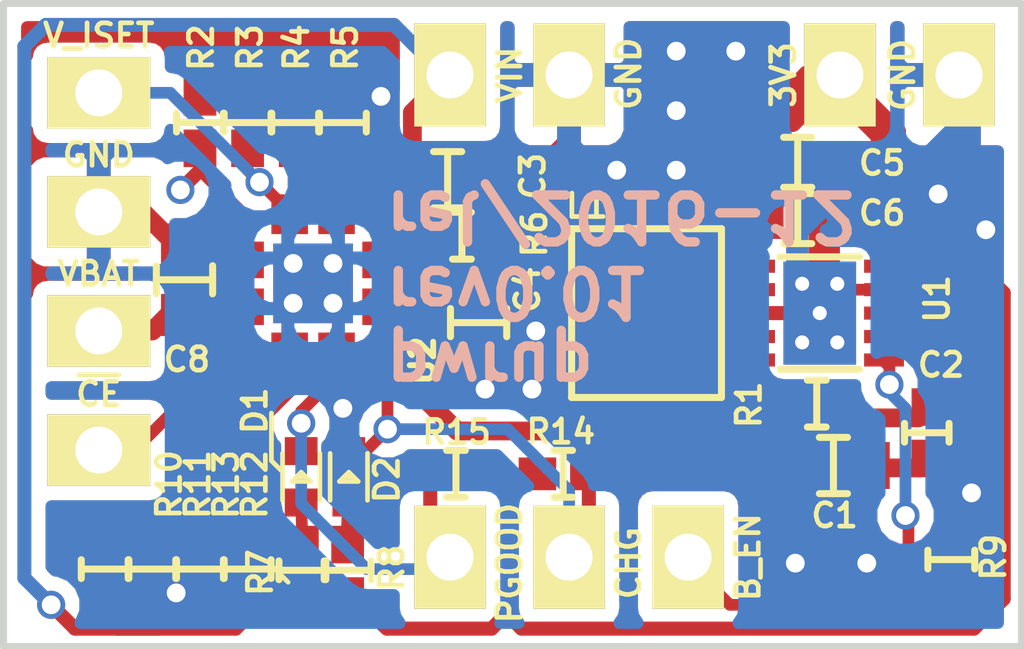
<source format=kicad_pcb>
(kicad_pcb (version 4) (host pcbnew 4.0.4-stable)

  (general
    (links 77)
    (no_connects 0)
    (area 130.9902 62.0292 156.868 81.4554)
    (thickness 1.6)
    (drawings 20)
    (tracks 432)
    (zones 0)
    (modules 39)
    (nets 24)
  )

  (page A4)
  (title_block
    (title pwrup)
    (date 2016-12-04)
    (rev 0.01)
    (company "1rel interactive")
  )

  (layers
    (0 F.Cu signal)
    (31 B.Cu signal)
    (32 B.Adhes user)
    (33 F.Adhes user)
    (34 B.Paste user)
    (35 F.Paste user)
    (36 B.SilkS user hide)
    (37 F.SilkS user)
    (38 B.Mask user)
    (39 F.Mask user)
    (40 Dwgs.User user)
    (41 Cmts.User user)
    (42 Eco1.User user)
    (43 Eco2.User user)
    (44 Edge.Cuts user)
    (45 Margin user)
    (46 B.CrtYd user)
    (47 F.CrtYd user)
    (48 B.Fab user)
    (49 F.Fab user)
  )

  (setup
    (last_trace_width 0.25)
    (user_trace_width 0.2)
    (user_trace_width 0.3)
    (user_trace_width 0.4)
    (trace_clearance 0.15)
    (zone_clearance 0.3)
    (zone_45_only yes)
    (trace_min 0.2)
    (segment_width 0.1)
    (edge_width 0.15)
    (via_size 0.6)
    (via_drill 0.4)
    (via_min_size 0.4)
    (via_min_drill 0.3)
    (uvia_size 0.3)
    (uvia_drill 0.1)
    (uvias_allowed no)
    (uvia_min_size 0.2)
    (uvia_min_drill 0.1)
    (pcb_text_width 0.3)
    (pcb_text_size 1.5 1.5)
    (mod_edge_width 0.15)
    (mod_text_size 1 1)
    (mod_text_width 0.15)
    (pad_size 1.524 1.524)
    (pad_drill 0.762)
    (pad_to_mask_clearance 0.2)
    (aux_axis_origin 0 0)
    (visible_elements FFFFFF7F)
    (pcbplotparams
      (layerselection 0x00030_80000001)
      (usegerberextensions false)
      (excludeedgelayer true)
      (linewidth 0.100000)
      (plotframeref false)
      (viasonmask false)
      (mode 1)
      (useauxorigin false)
      (hpglpennumber 1)
      (hpglpenspeed 20)
      (hpglpendiameter 15)
      (hpglpenoverlay 2)
      (psnegative false)
      (psa4output false)
      (plotreference true)
      (plotvalue true)
      (plotinvisibletext false)
      (padsonsilk false)
      (subtractmaskfromsilk false)
      (outputformat 1)
      (mirror false)
      (drillshape 1)
      (scaleselection 1)
      (outputdirectory ""))
  )

  (net 0 "")
  (net 1 VBAT)
  (net 2 GND)
  (net 3 BOOST_PGND)
  (net 4 /BOOST_VIN1)
  (net 5 +3.3V)
  (net 6 "Net-(D1-Pad1)")
  (net 7 ~PGOOD)
  (net 8 "Net-(D2-Pad1)")
  (net 9 ~CHG)
  (net 10 /BOOST_L1)
  (net 11 /BOOST_L2)
  (net 12 BOOST_EN)
  (net 13 "Net-(R2-Pad1)")
  (net 14 "Net-(R4-Pad1)")
  (net 15 "Net-(R5-Pad1)")
  (net 16 "Net-(R6-Pad2)")
  (net 17 CHG_OUT)
  (net 18 CHG_IN)
  (net 19 ~CE)
  (net 20 EN2)
  (net 21 EN1)
  (net 22 BOOST_IN)
  (net 23 V_ISET)

  (net_class Default "This is the default net class."
    (clearance 0.15)
    (trace_width 0.25)
    (via_dia 0.6)
    (via_drill 0.4)
    (uvia_dia 0.3)
    (uvia_drill 0.1)
    (add_net BOOST_EN)
    (add_net EN1)
    (add_net EN2)
    (add_net "Net-(D1-Pad1)")
    (add_net "Net-(D2-Pad1)")
    (add_net "Net-(R2-Pad1)")
    (add_net "Net-(R4-Pad1)")
    (add_net "Net-(R5-Pad1)")
    (add_net "Net-(R6-Pad2)")
    (add_net V_ISET)
    (add_net ~CE)
    (add_net ~CHG)
    (add_net ~PGOOD)
  )

  (net_class PWR ""
    (clearance 0.15)
    (trace_width 0.4)
    (via_dia 0.6)
    (via_drill 0.4)
    (uvia_dia 0.3)
    (uvia_drill 0.1)
    (add_net +3.3V)
    (add_net /BOOST_L1)
    (add_net /BOOST_L2)
    (add_net /BOOST_VIN1)
    (add_net BOOST_IN)
    (add_net BOOST_PGND)
    (add_net CHG_IN)
    (add_net CHG_OUT)
    (add_net GND)
    (add_net VBAT)
  )

  (module mylib:S-PVQFN-N16 (layer F.Cu) (tedit 58444A04) (tstamp 5842F0AD)
    (at 140.081 70.993)
    (path /5842CC96)
    (fp_text reference U2 (at 2.3368 1.651 90) (layer F.SilkS)
      (effects (font (size 0.5 0.5) (thickness 0.125)))
    )
    (fp_text value bq24232 (at 0.225 3) (layer F.Fab) hide
      (effects (font (size 0.5 0.5) (thickness 0.125)))
    )
    (pad 17 thru_hole rect (at -0.425 0.425 90) (size 0.85 0.85) (drill 0.4) (layers *.Cu F.Mask)
      (net 2 GND))
    (pad 17 thru_hole rect (at 0.425 0.425 90) (size 0.85 0.85) (drill 0.4) (layers *.Cu F.Mask)
      (net 2 GND))
    (pad 17 thru_hole rect (at 0.425 -0.425 90) (size 0.85 0.85) (drill 0.4) (layers *.Cu F.Mask)
      (net 2 GND))
    (pad 4 smd rect (at -1.475 0.75 90) (size 0.28 0.85) (layers F.Cu F.Paste F.Mask)
      (net 19 ~CE))
    (pad 3 smd rect (at -1.475 0.25 90) (size 0.28 0.85) (layers F.Cu F.Paste F.Mask)
      (net 1 VBAT))
    (pad 1 smd rect (at -1.475 -0.75 90) (size 0.28 0.85) (layers F.Cu F.Paste F.Mask)
      (net 13 "Net-(R2-Pad1)"))
    (pad 2 smd rect (at -1.475 -0.25 90) (size 0.28 0.85) (layers F.Cu F.Paste F.Mask)
      (net 1 VBAT))
    (pad 11 smd rect (at 1.475 -0.25 90) (size 0.28 0.85) (layers F.Cu F.Paste F.Mask)
      (net 17 CHG_OUT))
    (pad 12 smd rect (at 1.475 -0.75 90) (size 0.28 0.85) (layers F.Cu F.Paste F.Mask)
      (net 16 "Net-(R6-Pad2)"))
    (pad 10 smd rect (at 1.475 0.25 90) (size 0.28 0.85) (layers F.Cu F.Paste F.Mask)
      (net 17 CHG_OUT))
    (pad 9 smd rect (at 1.475 0.75 90) (size 0.28 0.85) (layers F.Cu F.Paste F.Mask)
      (net 9 ~CHG))
    (pad 5 smd rect (at -0.75 1.475) (size 0.28 0.85) (layers F.Cu F.Paste F.Mask)
      (net 20 EN2))
    (pad 6 smd rect (at -0.25 1.475) (size 0.28 0.85) (layers F.Cu F.Paste F.Mask)
      (net 21 EN1))
    (pad 8 smd rect (at 0.75 1.475) (size 0.28 0.85) (layers F.Cu F.Paste F.Mask)
      (net 2 GND))
    (pad 7 smd rect (at 0.25 1.475) (size 0.28 0.85) (layers F.Cu F.Paste F.Mask)
      (net 7 ~PGOOD))
    (pad 14 smd rect (at 0.25 -1.475) (size 0.28 0.85) (layers F.Cu F.Paste F.Mask)
      (net 15 "Net-(R5-Pad1)"))
    (pad 13 smd rect (at 0.75 -1.475) (size 0.28 0.85) (layers F.Cu F.Paste F.Mask)
      (net 18 CHG_IN))
    (pad 15 smd rect (at -0.25 -1.475) (size 0.28 0.85) (layers F.Cu F.Paste F.Mask)
      (net 14 "Net-(R4-Pad1)"))
    (pad 16 smd rect (at -0.75 -1.475) (size 0.28 0.85) (layers F.Cu F.Paste F.Mask)
      (net 23 V_ISET))
    (pad 17 thru_hole rect (at -0.425 -0.425 90) (size 0.85 0.85) (drill 0.4) (layers *.Cu F.Mask)
      (net 2 GND))
  )

  (module mylib:TPS63001 (layer F.Cu) (tedit 58444A14) (tstamp 5842E996)
    (at 150.8887 71.628)
    (path /5842D412)
    (fp_text reference U1 (at 2.5019 -0.3048 90) (layer F.SilkS)
      (effects (font (size 0.5 0.5) (thickness 0.1)))
    )
    (fp_text value TPS63001 (at 0.2 1.8) (layer F.Fab) hide
      (effects (font (size 0.5 0.5) (thickness 0.1)))
    )
    (fp_line (start -0.85 -1.2) (end 0.85 -1.2) (layer F.SilkS) (width 0.14986))
    (fp_line (start -0.85 1.2) (end 0.85 1.2) (layer F.SilkS) (width 0.14986))
    (pad 11 thru_hole rect (at 0.375 0.625 90) (size 0.5 0.5) (drill 0.3) (layers *.Cu F.Mask)
      (net 3 BOOST_PGND))
    (pad 11 thru_hole rect (at 0.375 -0.625 90) (size 0.5 0.5) (drill 0.3) (layers *.Cu F.Mask)
      (net 3 BOOST_PGND))
    (pad 11 thru_hole rect (at -0.375 -0.625 90) (size 0.5 0.5) (drill 0.3) (layers *.Cu F.Mask)
      (net 3 BOOST_PGND))
    (pad 3 smd rect (at -1.379 0 90) (size 0.28 0.85) (layers F.Cu F.Paste F.Mask)
      (net 3 BOOST_PGND))
    (pad 4 smd rect (at -1.379 0.5 90) (size 0.28 0.85) (layers F.Cu F.Paste F.Mask)
      (net 10 /BOOST_L1))
    (pad 2 smd rect (at -1.379 -0.5 90) (size 0.28 0.85) (layers F.Cu F.Paste F.Mask)
      (net 11 /BOOST_L2))
    (pad 5 smd rect (at -1.379 1 90) (size 0.28 0.85) (layers F.Cu F.Paste F.Mask)
      (net 22 BOOST_IN))
    (pad 1 smd rect (at -1.379 -1 90) (size 0.28 0.85) (layers F.Cu F.Paste F.Mask)
      (net 5 +3.3V))
    (pad 10 smd rect (at 1.371 -1 90) (size 0.28 0.85) (layers F.Cu F.Paste F.Mask)
      (net 5 +3.3V))
    (pad 6 smd rect (at 1.371 1 90) (size 0.28 0.85) (layers F.Cu F.Paste F.Mask)
      (net 12 BOOST_EN))
    (pad 9 smd rect (at 1.371 -0.5 90) (size 0.28 0.85) (layers F.Cu F.Paste F.Mask)
      (net 3 BOOST_PGND))
    (pad 7 smd rect (at 1.371 0.5 90) (size 0.28 0.85) (layers F.Cu F.Paste F.Mask)
      (net 4 /BOOST_VIN1))
    (pad 8 smd rect (at 1.371 0 90) (size 0.28 0.85) (layers F.Cu F.Paste F.Mask)
      (net 4 /BOOST_VIN1))
    (pad 11 thru_hole rect (at -0.375 0.625 90) (size 0.5 0.5) (drill 0.3) (layers *.Cu F.Mask)
      (net 3 BOOST_PGND))
    (pad 11 thru_hole rect (at 0 0 90) (size 2.2 1.55) (drill 0.3) (layers *.Cu F.Mask)
      (net 3 BOOST_PGND))
    (model walter/smd_qfn/dfn10_3x3.wrl
      (at (xyz 0 0 0))
      (scale (xyz 1 1 1))
      (rotate (xyz 0 0 0))
    )
  )

  (module mylib:joiner1 (layer B.Cu) (tedit 562B21BF) (tstamp 5842F0AC)
    (at 150.41118 70.51548 270)
    (descr "SMT resistor, 0402")
    (path /584502E9)
    (fp_text reference JP1 (at 0 0.4826 270) (layer B.SilkS) hide
      (effects (font (size 0.1524 0.1524) (thickness 0.03048)) (justify mirror))
    )
    (fp_text value JUMPER (at 0 -0.4826 270) (layer B.SilkS) hide
      (effects (font (size 0.1524 0.1524) (thickness 0.03048)) (justify mirror))
    )
    (fp_line (start -0.381 0) (end 0.381 0) (layer B.Cu) (width 0.48))
    (pad 1 smd rect (at 0.54864 0 270) (size 0.45 0.48) (layers B.Cu)
      (net 3 BOOST_PGND))
    (pad 2 smd rect (at -0.54864 0 270) (size 0.45 0.48) (layers B.Cu)
      (net 2 GND))
  )

  (module mylib:inductor_smd_1212 (layer F.Cu) (tedit 5843C680) (tstamp 5843BFD0)
    (at 147.193 71.628 90)
    (descr "Inductor SMD, 1008")
    (path /5842E7F2)
    (fp_text reference L1 (at 2.286 -1.27 180) (layer F.SilkS)
      (effects (font (size 0.5 0.5) (thickness 0.1)))
    )
    (fp_text value 2u2 (at 2.375 0.375 180) (layer F.SilkS) hide
      (effects (font (size 0.5 0.5) (thickness 0.1)))
    )
    (fp_line (start -1.8 -1.6) (end -1.8 1.6) (layer F.SilkS) (width 0.14986))
    (fp_line (start 1.8 1.6) (end 1.8 -1.6) (layer F.SilkS) (width 0.14986))
    (fp_line (start -1.80086 -1.597) (end 1.80086 -1.597) (layer F.SilkS) (width 0.14986))
    (fp_line (start 1.80086 1.59954) (end -1.80086 1.59954) (layer F.SilkS) (width 0.14986))
    (pad 1 smd rect (at -1.1 0 90) (size 1.1 3) (layers F.Cu F.Paste F.Mask)
      (net 10 /BOOST_L1))
    (pad 2 smd rect (at 1.1 0 90) (size 1.1 3) (layers F.Cu F.Paste F.Mask)
      (net 11 /BOOST_L2))
    (model walter/smd_inductors/inductor_smd_1008.wrl
      (at (xyz 0 0 0))
      (scale (xyz 1 1 1))
      (rotate (xyz 0 0 0))
    )
  )

  (module mylib:joiner1 (layer F.Cu) (tedit 562B21BF) (tstamp 5843ED3F)
    (at 147.7264 74.1426 180)
    (descr "SMT resistor, 0402")
    (path /5844929E)
    (fp_text reference JP2 (at 0 -0.4826 180) (layer F.SilkS) hide
      (effects (font (size 0.1524 0.1524) (thickness 0.03048)))
    )
    (fp_text value JUMPER (at 0 0.4826 180) (layer F.SilkS) hide
      (effects (font (size 0.1524 0.1524) (thickness 0.03048)))
    )
    (fp_line (start -0.381 0) (end 0.381 0) (layer F.Cu) (width 0.48))
    (pad 1 smd rect (at 0.54864 0 180) (size 0.45 0.48) (layers F.Cu)
      (net 17 CHG_OUT))
    (pad 2 smd rect (at -0.54864 0 180) (size 0.45 0.48) (layers F.Cu)
      (net 22 BOOST_IN))
  )

  (module mylib:pin_socket_2m (layer F.Cu) (tedit 58441928) (tstamp 58441C75)
    (at 135.509 70.739 270)
    (descr "Pin socket 2pin")
    (tags "CONN DEV")
    (path /58451CD9)
    (fp_text reference BT1 (at 0 -2.159 270) (layer F.SilkS) hide
      (effects (font (size 1.016 1.016) (thickness 0.2032)))
    )
    (fp_text value BATTERYm0 (at 0.254 -3.556 270) (layer F.SilkS) hide
      (effects (font (size 1.016 0.889) (thickness 0.2032)))
    )
    (pad 1 thru_hole rect (at -1.27 0 270) (size 1.524 2.19964) (drill 1.00076) (layers *.Cu *.Mask F.SilkS)
      (net 2 GND))
    (pad 2 thru_hole rect (at 1.27 0 270) (size 1.524 2.19964) (drill 1.00076) (layers *.Cu *.Mask F.SilkS)
      (net 1 VBAT))
  )

  (module mylib:pin_socket_1m (layer F.Cu) (tedit 58441945) (tstamp 58441C7A)
    (at 143.002 66.548)
    (descr "Pin socket 1pin")
    (tags "CONN DEV")
    (path /5842CDCD)
    (fp_text reference P1 (at 0 -2.159) (layer F.SilkS) hide
      (effects (font (size 1.016 1.016) (thickness 0.2032)))
    )
    (fp_text value CONN_1 (at 0.254 -3.556) (layer F.SilkS) hide
      (effects (font (size 1.016 0.889) (thickness 0.2032)))
    )
    (pad 1 thru_hole rect (at 0 0) (size 1.524 2.19964) (drill 1.00076) (layers *.Cu *.Mask F.SilkS)
      (net 18 CHG_IN))
  )

  (module mylib:pin_socket_1m (layer F.Cu) (tedit 58441945) (tstamp 58441C7E)
    (at 145.542 66.548)
    (descr "Pin socket 1pin")
    (tags "CONN DEV")
    (path /5842D010)
    (fp_text reference P2 (at 0 -2.159) (layer F.SilkS) hide
      (effects (font (size 1.016 1.016) (thickness 0.2032)))
    )
    (fp_text value CONN_1 (at 0.254 -3.556) (layer F.SilkS) hide
      (effects (font (size 1.016 0.889) (thickness 0.2032)))
    )
    (pad 1 thru_hole rect (at 0 0) (size 1.524 2.19964) (drill 1.00076) (layers *.Cu *.Mask F.SilkS)
      (net 2 GND))
  )

  (module mylib:pin_socket_1m (layer F.Cu) (tedit 58441945) (tstamp 58441C82)
    (at 148.082 76.835 180)
    (descr "Pin socket 1pin")
    (tags "CONN DEV")
    (path /58432466)
    (fp_text reference P3 (at 0 -2.159 180) (layer F.SilkS) hide
      (effects (font (size 1.016 1.016) (thickness 0.2032)))
    )
    (fp_text value CONN_1 (at 0.254 -3.556 180) (layer F.SilkS) hide
      (effects (font (size 1.016 0.889) (thickness 0.2032)))
    )
    (pad 1 thru_hole rect (at 0 0 180) (size 1.524 2.19964) (drill 1.00076) (layers *.Cu *.Mask F.SilkS)
      (net 12 BOOST_EN))
  )

  (module mylib:pin_socket_1m (layer F.Cu) (tedit 58441945) (tstamp 58441C86)
    (at 151.3205 66.548)
    (descr "Pin socket 1pin")
    (tags "CONN DEV")
    (path /58433A51)
    (fp_text reference P4 (at 0 -2.159) (layer F.SilkS) hide
      (effects (font (size 1.016 1.016) (thickness 0.2032)))
    )
    (fp_text value CONN_1 (at 0.254 -3.556) (layer F.SilkS) hide
      (effects (font (size 1.016 0.889) (thickness 0.2032)))
    )
    (pad 1 thru_hole rect (at 0 0) (size 1.524 2.19964) (drill 1.00076) (layers *.Cu *.Mask F.SilkS)
      (net 5 +3.3V))
  )

  (module mylib:pin_socket_1m (layer F.Cu) (tedit 58441945) (tstamp 58441C8A)
    (at 153.8605 66.548)
    (descr "Pin socket 1pin")
    (tags "CONN DEV")
    (path /58433A57)
    (fp_text reference P5 (at 0 -2.159) (layer F.SilkS) hide
      (effects (font (size 1.016 1.016) (thickness 0.2032)))
    )
    (fp_text value CONN_1 (at 0.254 -3.556) (layer F.SilkS) hide
      (effects (font (size 1.016 0.889) (thickness 0.2032)))
    )
    (pad 1 thru_hole rect (at 0 0) (size 1.524 2.19964) (drill 1.00076) (layers *.Cu *.Mask F.SilkS)
      (net 2 GND))
  )

  (module mylib:pin_socket_1m (layer F.Cu) (tedit 58441945) (tstamp 58441C8E)
    (at 135.509 74.549 90)
    (descr "Pin socket 1pin")
    (tags "CONN DEV")
    (path /584318FE)
    (fp_text reference P6 (at 0 -2.159 90) (layer F.SilkS) hide
      (effects (font (size 1.016 1.016) (thickness 0.2032)))
    )
    (fp_text value CONN_1 (at 0.254 -3.556 90) (layer F.SilkS) hide
      (effects (font (size 1.016 0.889) (thickness 0.2032)))
    )
    (pad 1 thru_hole rect (at 0 0 90) (size 1.524 2.19964) (drill 1.00076) (layers *.Cu *.Mask F.SilkS)
      (net 19 ~CE))
  )

  (module mylib:pin_socket_1m (layer F.Cu) (tedit 58441945) (tstamp 58441C92)
    (at 145.542 76.835)
    (descr "Pin socket 1pin")
    (tags "CONN DEV")
    (path /58431AB5)
    (fp_text reference P9 (at 0 -2.159) (layer F.SilkS) hide
      (effects (font (size 1.016 1.016) (thickness 0.2032)))
    )
    (fp_text value CONN_1 (at 0.254 -3.556) (layer F.SilkS) hide
      (effects (font (size 1.016 0.889) (thickness 0.2032)))
    )
    (pad 1 thru_hole rect (at 0 0) (size 1.524 2.19964) (drill 1.00076) (layers *.Cu *.Mask F.SilkS)
      (net 9 ~CHG))
  )

  (module mylib:pin_socket_1m (layer F.Cu) (tedit 58441945) (tstamp 58441C96)
    (at 143.002 76.835)
    (descr "Pin socket 1pin")
    (tags "CONN DEV")
    (path /5843C39B)
    (fp_text reference P10 (at 0 -2.159) (layer F.SilkS) hide
      (effects (font (size 1.016 1.016) (thickness 0.2032)))
    )
    (fp_text value CONN_1 (at 0.254 -3.556) (layer F.SilkS) hide
      (effects (font (size 1.016 0.889) (thickness 0.2032)))
    )
    (pad 1 thru_hole rect (at 0 0) (size 1.524 2.19964) (drill 1.00076) (layers *.Cu *.Mask F.SilkS)
      (net 7 ~PGOOD))
  )

  (module mylib:pin_socket_1m (layer F.Cu) (tedit 58441945) (tstamp 58441C9A)
    (at 135.509 66.929 90)
    (descr "Pin socket 1pin")
    (tags "CONN DEV")
    (path /5845A4DA)
    (fp_text reference P11 (at 0 -2.159 90) (layer F.SilkS) hide
      (effects (font (size 1.016 1.016) (thickness 0.2032)))
    )
    (fp_text value CONN_1 (at 0.254 -3.556 90) (layer F.SilkS) hide
      (effects (font (size 1.016 0.889) (thickness 0.2032)))
    )
    (pad 1 thru_hole rect (at 0 0 90) (size 1.524 2.19964) (drill 1.00076) (layers *.Cu *.Mask F.SilkS)
      (net 23 V_ISET))
  )

  (module mylib:c_0603_mod0 (layer F.Cu) (tedit 5844FBCD) (tstamp 58444A10)
    (at 151.1808 74.8792 180)
    (descr "SMT capacitor, 0603")
    (path /5842FED9)
    (fp_text reference C1 (at -0.0254 -1.0668 360) (layer F.SilkS)
      (effects (font (size 0.5 0.5) (thickness 0.1)))
    )
    (fp_text value 10u (at 0 0.85 180) (layer F.SilkS) hide
      (effects (font (size 0.20066 0.20066) (thickness 0.04064)))
    )
    (fp_line (start -0.3 0.6) (end 0.3 0.6) (layer F.SilkS) (width 0.14986))
    (fp_line (start -0.3 -0.6) (end 0.3 -0.6) (layer F.SilkS) (width 0.14986))
    (fp_line (start 0 -0.6) (end 0 0.6) (layer F.SilkS) (width 0.14986))
    (pad 1 smd rect (at 0.75184 0 180) (size 0.89916 1.00076) (layers F.Cu F.Paste F.Mask)
      (net 22 BOOST_IN))
    (pad 2 smd rect (at -0.75184 0 180) (size 0.89916 1.00076) (layers F.Cu F.Paste F.Mask)
      (net 3 BOOST_PGND))
    (model walter/smd_cap/c_0603.wrl
      (at (xyz 0 0 0))
      (scale (xyz 1 1 1))
      (rotate (xyz 0 0 0))
    )
  )

  (module mylib:c_0402_mod0 (layer F.Cu) (tedit 5844FBC6) (tstamp 58444A15)
    (at 153.19756 74.1807 90)
    (descr "SMT capacitor, 0402")
    (path /5842FF9E)
    (fp_text reference C2 (at 1.4478 0.2794 180) (layer F.SilkS)
      (effects (font (size 0.5 0.5) (thickness 0.1)))
    )
    (fp_text value 100n (at 0 0.6 90) (layer F.SilkS) hide
      (effects (font (size 0.1524 0.1524) (thickness 0.03048)))
    )
    (fp_line (start -0.2 0.45) (end 0.2 0.45) (layer F.SilkS) (width 0.14986))
    (fp_line (start -0.2 -0.5) (end 0.2 -0.5) (layer F.SilkS) (width 0.14986))
    (fp_line (start 0 -0.45) (end 0 0.45) (layer F.SilkS) (width 0.14986))
    (pad 1 smd rect (at 0.54864 0 90) (size 0.8001 0.6985) (layers F.Cu F.Paste F.Mask)
      (net 4 /BOOST_VIN1))
    (pad 2 smd rect (at -0.54864 0 90) (size 0.8001 0.6985) (layers F.Cu F.Paste F.Mask)
      (net 3 BOOST_PGND))
    (model walter/smd_cap/c_0402.wrl
      (at (xyz 0 0 0))
      (scale (xyz 1 1 1))
      (rotate (xyz 0 0 0))
    )
  )

  (module mylib:c_0603_mod0 (layer F.Cu) (tedit 58444A79) (tstamp 58444A1A)
    (at 142.9512 68.7832 180)
    (descr "SMT capacitor, 0603")
    (path /5842D390)
    (fp_text reference C3 (at -1.8161 0.0762 270) (layer F.SilkS)
      (effects (font (size 0.5 0.5) (thickness 0.1)))
    )
    (fp_text value 1u (at 0 0.85 180) (layer F.SilkS) hide
      (effects (font (size 0.20066 0.20066) (thickness 0.04064)))
    )
    (fp_line (start -0.3 0.6) (end 0.3 0.6) (layer F.SilkS) (width 0.14986))
    (fp_line (start -0.3 -0.6) (end 0.3 -0.6) (layer F.SilkS) (width 0.14986))
    (fp_line (start 0 -0.6) (end 0 0.6) (layer F.SilkS) (width 0.14986))
    (pad 1 smd rect (at 0.75184 0 180) (size 0.89916 1.00076) (layers F.Cu F.Paste F.Mask)
      (net 18 CHG_IN))
    (pad 2 smd rect (at -0.75184 0 180) (size 0.89916 1.00076) (layers F.Cu F.Paste F.Mask)
      (net 2 GND))
    (model walter/smd_cap/c_0603.wrl
      (at (xyz 0 0 0))
      (scale (xyz 1 1 1))
      (rotate (xyz 0 0 0))
    )
  )

  (module mylib:c_0603_mod0 (layer F.Cu) (tedit 58444A6D) (tstamp 58444A1F)
    (at 143.6116 71.8312 90)
    (descr "SMT capacitor, 0603")
    (path /5842E7EC)
    (fp_text reference C4 (at 0.6985 1.0414 270) (layer F.SilkS)
      (effects (font (size 0.5 0.5) (thickness 0.1)))
    )
    (fp_text value 4u7 (at 0 0.85 90) (layer F.SilkS) hide
      (effects (font (size 0.20066 0.20066) (thickness 0.04064)))
    )
    (fp_line (start -0.3 0.6) (end 0.3 0.6) (layer F.SilkS) (width 0.14986))
    (fp_line (start -0.3 -0.6) (end 0.3 -0.6) (layer F.SilkS) (width 0.14986))
    (fp_line (start 0 -0.6) (end 0 0.6) (layer F.SilkS) (width 0.14986))
    (pad 1 smd rect (at 0.75184 0 90) (size 0.89916 1.00076) (layers F.Cu F.Paste F.Mask)
      (net 17 CHG_OUT))
    (pad 2 smd rect (at -0.75184 0 90) (size 0.89916 1.00076) (layers F.Cu F.Paste F.Mask)
      (net 2 GND))
    (model walter/smd_cap/c_0603.wrl
      (at (xyz 0 0 0))
      (scale (xyz 1 1 1))
      (rotate (xyz 0 0 0))
    )
  )

  (module mylib:c_0603_mod0 (layer F.Cu) (tedit 56CFDABC) (tstamp 58444A24)
    (at 150.4188 68.4784 180)
    (descr "SMT capacitor, 0603")
    (path /5842EAA9)
    (fp_text reference C5 (at -1.8 0.05 180) (layer F.SilkS)
      (effects (font (size 0.5 0.5) (thickness 0.1)))
    )
    (fp_text value 10u (at 0 0.85 180) (layer F.SilkS) hide
      (effects (font (size 0.20066 0.20066) (thickness 0.04064)))
    )
    (fp_line (start -0.3 0.6) (end 0.3 0.6) (layer F.SilkS) (width 0.14986))
    (fp_line (start -0.3 -0.6) (end 0.3 -0.6) (layer F.SilkS) (width 0.14986))
    (fp_line (start 0 -0.6) (end 0 0.6) (layer F.SilkS) (width 0.14986))
    (pad 1 smd rect (at 0.75184 0 180) (size 0.89916 1.00076) (layers F.Cu F.Paste F.Mask)
      (net 5 +3.3V))
    (pad 2 smd rect (at -0.75184 0 180) (size 0.89916 1.00076) (layers F.Cu F.Paste F.Mask)
      (net 3 BOOST_PGND))
    (model walter/smd_cap/c_0603.wrl
      (at (xyz 0 0 0))
      (scale (xyz 1 1 1))
      (rotate (xyz 0 0 0))
    )
  )

  (module mylib:c_0603_mod0 (layer F.Cu) (tedit 56CFDABC) (tstamp 58444A29)
    (at 150.4188 69.5452 180)
    (descr "SMT capacitor, 0603")
    (path /5842EB0A)
    (fp_text reference C6 (at -1.8 0.05 180) (layer F.SilkS)
      (effects (font (size 0.5 0.5) (thickness 0.1)))
    )
    (fp_text value 10u (at 0 0.85 180) (layer F.SilkS) hide
      (effects (font (size 0.20066 0.20066) (thickness 0.04064)))
    )
    (fp_line (start -0.3 0.6) (end 0.3 0.6) (layer F.SilkS) (width 0.14986))
    (fp_line (start -0.3 -0.6) (end 0.3 -0.6) (layer F.SilkS) (width 0.14986))
    (fp_line (start 0 -0.6) (end 0 0.6) (layer F.SilkS) (width 0.14986))
    (pad 1 smd rect (at 0.75184 0 180) (size 0.89916 1.00076) (layers F.Cu F.Paste F.Mask)
      (net 5 +3.3V))
    (pad 2 smd rect (at -0.75184 0 180) (size 0.89916 1.00076) (layers F.Cu F.Paste F.Mask)
      (net 3 BOOST_PGND))
    (model walter/smd_cap/c_0603.wrl
      (at (xyz 0 0 0))
      (scale (xyz 1 1 1))
      (rotate (xyz 0 0 0))
    )
  )

  (module mylib:c_0603_mod0 (layer F.Cu) (tedit 58444A33) (tstamp 58444A2E)
    (at 137.3378 70.9168 270)
    (descr "SMT capacitor, 0603")
    (path /5844180B)
    (fp_text reference C8 (at 1.7018 -0.0508 360) (layer F.SilkS)
      (effects (font (size 0.5 0.5) (thickness 0.1)))
    )
    (fp_text value 4u7 (at 0 0.85 270) (layer F.SilkS) hide
      (effects (font (size 0.20066 0.20066) (thickness 0.04064)))
    )
    (fp_line (start -0.3 0.6) (end 0.3 0.6) (layer F.SilkS) (width 0.14986))
    (fp_line (start -0.3 -0.6) (end 0.3 -0.6) (layer F.SilkS) (width 0.14986))
    (fp_line (start 0 -0.6) (end 0 0.6) (layer F.SilkS) (width 0.14986))
    (pad 1 smd rect (at 0.75184 0 270) (size 0.89916 1.00076) (layers F.Cu F.Paste F.Mask)
      (net 1 VBAT))
    (pad 2 smd rect (at -0.75184 0 270) (size 0.89916 1.00076) (layers F.Cu F.Paste F.Mask)
      (net 2 GND))
    (model walter/smd_cap/c_0603.wrl
      (at (xyz 0 0 0))
      (scale (xyz 1 1 1))
      (rotate (xyz 0 0 0))
    )
  )

  (module mylib:Led_0402_mod0 (layer F.Cu) (tedit 58444980) (tstamp 58444A33)
    (at 139.827 75.1205 90)
    (descr "SMD LED, 0402")
    (path /5842D760)
    (fp_text reference D1 (at 1.4097 -0.9906 90) (layer F.SilkS)
      (effects (font (size 0.5 0.5) (thickness 0.1)))
    )
    (fp_text value LED (at 0 1.00076 90) (layer F.SilkS) hide
      (effects (font (size 0.49784 0.49784) (thickness 0.09906)))
    )
    (fp_line (start -0.50038 -0.39878) (end 0.50038 -0.39878) (layer F.SilkS) (width 0.09906))
    (fp_line (start 0.50038 0.39878) (end -0.50038 0.39878) (layer F.SilkS) (width 0.09906))
    (fp_line (start 0 0.09906) (end 0 -0.09906) (layer F.SilkS) (width 0.09906))
    (fp_line (start -0.09906 -0.20066) (end -0.09906 0.20066) (layer F.SilkS) (width 0.09906))
    (fp_line (start -0.09906 0.20066) (end 0.09906 0) (layer F.SilkS) (width 0.09906))
    (fp_line (start 0.09906 0) (end -0.09906 -0.20066) (layer F.SilkS) (width 0.09906))
    (pad 1 smd rect (at -0.54864 0 90) (size 0.5969 0.6985) (layers F.Cu F.Paste F.Mask)
      (net 6 "Net-(D1-Pad1)"))
    (pad 2 smd rect (at 0.54864 0 90) (size 0.5969 0.6985) (layers F.Cu F.Paste F.Mask)
      (net 7 ~PGOOD))
    (model walter/smd_leds/led_0402.wrl
      (at (xyz 0 0 0))
      (scale (xyz 1 1 1))
      (rotate (xyz 0 0 0))
    )
  )

  (module mylib:Led_0402_mod0 (layer F.Cu) (tedit 56CFD3E3) (tstamp 58444A38)
    (at 140.843 75.1205 90)
    (descr "SMD LED, 0402")
    (path /5842DEEB)
    (fp_text reference D2 (at -0.0625 0.8125 90) (layer F.SilkS)
      (effects (font (size 0.5 0.5) (thickness 0.1)))
    )
    (fp_text value LED (at 0 1.00076 90) (layer F.SilkS) hide
      (effects (font (size 0.49784 0.49784) (thickness 0.09906)))
    )
    (fp_line (start -0.50038 -0.39878) (end 0.50038 -0.39878) (layer F.SilkS) (width 0.09906))
    (fp_line (start 0.50038 0.39878) (end -0.50038 0.39878) (layer F.SilkS) (width 0.09906))
    (fp_line (start 0 0.09906) (end 0 -0.09906) (layer F.SilkS) (width 0.09906))
    (fp_line (start -0.09906 -0.20066) (end -0.09906 0.20066) (layer F.SilkS) (width 0.09906))
    (fp_line (start -0.09906 0.20066) (end 0.09906 0) (layer F.SilkS) (width 0.09906))
    (fp_line (start 0.09906 0) (end -0.09906 -0.20066) (layer F.SilkS) (width 0.09906))
    (pad 1 smd rect (at -0.54864 0 90) (size 0.5969 0.6985) (layers F.Cu F.Paste F.Mask)
      (net 8 "Net-(D2-Pad1)"))
    (pad 2 smd rect (at 0.54864 0 90) (size 0.5969 0.6985) (layers F.Cu F.Paste F.Mask)
      (net 9 ~CHG))
    (model walter/smd_leds/led_0402.wrl
      (at (xyz 0 0 0))
      (scale (xyz 1 1 1))
      (rotate (xyz 0 0 0))
    )
  )

  (module mylib:r_0402_mod0 (layer F.Cu) (tedit 5844FBD1) (tstamp 58444A3D)
    (at 150.8252 73.5584)
    (descr "SMT resistor, 0402")
    (path /5842F675)
    (fp_text reference R1 (at -1.4478 0.0254 90) (layer F.SilkS)
      (effects (font (size 0.5 0.5) (thickness 0.1)))
    )
    (fp_text value 100R (at 0 0.7) (layer F.SilkS) hide
      (effects (font (size 0.1524 0.1524) (thickness 0.03048)))
    )
    (fp_line (start -0.2 0.5) (end 0.2 0.5) (layer F.SilkS) (width 0.14986))
    (fp_line (start -0.2 -0.5) (end 0.2 -0.5) (layer F.SilkS) (width 0.14986))
    (fp_line (start 0 -0.45) (end 0 0.45) (layer F.SilkS) (width 0.14986))
    (pad 1 smd rect (at 0.54864 0) (size 0.8001 0.6985) (layers F.Cu F.Paste F.Mask)
      (net 4 /BOOST_VIN1))
    (pad 2 smd rect (at -0.54864 0) (size 0.8001 0.6985) (layers F.Cu F.Paste F.Mask)
      (net 22 BOOST_IN))
    (model walter/smd_resistors/r_0402.wrl
      (at (xyz 0 0 0))
      (scale (xyz 1 1 1))
      (rotate (xyz 0 0 0))
    )
  )

  (module mylib:r_0402_mod0 (layer F.Cu) (tedit 58444A4F) (tstamp 58444A42)
    (at 137.668 67.564 270)
    (descr "SMT resistor, 0402")
    (path /584342CA)
    (fp_text reference R2 (at -1.6002 -0.0254 270) (layer F.SilkS)
      (effects (font (size 0.5 0.5) (thickness 0.1)))
    )
    (fp_text value 10k (at 0 0.7 270) (layer F.SilkS) hide
      (effects (font (size 0.1524 0.1524) (thickness 0.03048)))
    )
    (fp_line (start -0.2 0.5) (end 0.2 0.5) (layer F.SilkS) (width 0.14986))
    (fp_line (start -0.2 -0.5) (end 0.2 -0.5) (layer F.SilkS) (width 0.14986))
    (fp_line (start 0 -0.45) (end 0 0.45) (layer F.SilkS) (width 0.14986))
    (pad 1 smd rect (at 0.54864 0 270) (size 0.8001 0.6985) (layers F.Cu F.Paste F.Mask)
      (net 13 "Net-(R2-Pad1)"))
    (pad 2 smd rect (at -0.54864 0 270) (size 0.8001 0.6985) (layers F.Cu F.Paste F.Mask)
      (net 2 GND))
    (model walter/smd_resistors/r_0402.wrl
      (at (xyz 0 0 0))
      (scale (xyz 1 1 1))
      (rotate (xyz 0 0 0))
    )
  )

  (module mylib:r_0402_mod0 (layer F.Cu) (tedit 58444A4B) (tstamp 58444A47)
    (at 138.684 67.564 90)
    (descr "SMT resistor, 0402")
    (path /584316D7)
    (fp_text reference R3 (at 1.6002 0.0508 90) (layer F.SilkS)
      (effects (font (size 0.5 0.5) (thickness 0.1)))
    )
    (fp_text value 1.8k (at 0 0.7 90) (layer F.SilkS) hide
      (effects (font (size 0.1524 0.1524) (thickness 0.03048)))
    )
    (fp_line (start -0.2 0.5) (end 0.2 0.5) (layer F.SilkS) (width 0.14986))
    (fp_line (start -0.2 -0.5) (end 0.2 -0.5) (layer F.SilkS) (width 0.14986))
    (fp_line (start 0 -0.45) (end 0 0.45) (layer F.SilkS) (width 0.14986))
    (pad 1 smd rect (at 0.54864 0 90) (size 0.8001 0.6985) (layers F.Cu F.Paste F.Mask)
      (net 2 GND))
    (pad 2 smd rect (at -0.54864 0 90) (size 0.8001 0.6985) (layers F.Cu F.Paste F.Mask)
      (net 23 V_ISET))
    (model walter/smd_resistors/r_0402.wrl
      (at (xyz 0 0 0))
      (scale (xyz 1 1 1))
      (rotate (xyz 0 0 0))
    )
  )

  (module mylib:r_0402_mod0 (layer F.Cu) (tedit 58444A42) (tstamp 58444A4C)
    (at 139.7 67.564 270)
    (descr "SMT resistor, 0402")
    (path /5842F924)
    (fp_text reference R4 (at -1.6002 -0.0254 270) (layer F.SilkS)
      (effects (font (size 0.5 0.5) (thickness 0.1)))
    )
    (fp_text value 1k5 (at 0 0.7 270) (layer F.SilkS) hide
      (effects (font (size 0.1524 0.1524) (thickness 0.03048)))
    )
    (fp_line (start -0.2 0.5) (end 0.2 0.5) (layer F.SilkS) (width 0.14986))
    (fp_line (start -0.2 -0.5) (end 0.2 -0.5) (layer F.SilkS) (width 0.14986))
    (fp_line (start 0 -0.45) (end 0 0.45) (layer F.SilkS) (width 0.14986))
    (pad 1 smd rect (at 0.54864 0 270) (size 0.8001 0.6985) (layers F.Cu F.Paste F.Mask)
      (net 14 "Net-(R4-Pad1)"))
    (pad 2 smd rect (at -0.54864 0 270) (size 0.8001 0.6985) (layers F.Cu F.Paste F.Mask)
      (net 2 GND))
    (model walter/smd_resistors/r_0402.wrl
      (at (xyz 0 0 0))
      (scale (xyz 1 1 1))
      (rotate (xyz 0 0 0))
    )
  )

  (module mylib:r_0402_mod0 (layer F.Cu) (tedit 58444A40) (tstamp 58444A51)
    (at 140.716 67.564 270)
    (descr "SMT resistor, 0402")
    (path /584301E5)
    (fp_text reference R5 (at -1.6002 -0.0508 270) (layer F.SilkS)
      (effects (font (size 0.5 0.5) (thickness 0.1)))
    )
    (fp_text value 72k (at 0 0.7 270) (layer F.SilkS) hide
      (effects (font (size 0.1524 0.1524) (thickness 0.03048)))
    )
    (fp_line (start -0.2 0.5) (end 0.2 0.5) (layer F.SilkS) (width 0.14986))
    (fp_line (start -0.2 -0.5) (end 0.2 -0.5) (layer F.SilkS) (width 0.14986))
    (fp_line (start 0 -0.45) (end 0 0.45) (layer F.SilkS) (width 0.14986))
    (pad 1 smd rect (at 0.54864 0 270) (size 0.8001 0.6985) (layers F.Cu F.Paste F.Mask)
      (net 15 "Net-(R5-Pad1)"))
    (pad 2 smd rect (at -0.54864 0 270) (size 0.8001 0.6985) (layers F.Cu F.Paste F.Mask)
      (net 2 GND))
    (model walter/smd_resistors/r_0402.wrl
      (at (xyz 0 0 0))
      (scale (xyz 1 1 1))
      (rotate (xyz 0 0 0))
    )
  )

  (module mylib:r_0402_mod0 (layer F.Cu) (tedit 58444A77) (tstamp 58444A56)
    (at 143.256 69.977)
    (descr "SMT resistor, 0402")
    (path /5842F776)
    (fp_text reference R6 (at 1.5494 -0.0381 90) (layer F.SilkS)
      (effects (font (size 0.5 0.5) (thickness 0.1)))
    )
    (fp_text value 2k8 (at 0 0.7) (layer F.SilkS) hide
      (effects (font (size 0.1524 0.1524) (thickness 0.03048)))
    )
    (fp_line (start -0.2 0.5) (end 0.2 0.5) (layer F.SilkS) (width 0.14986))
    (fp_line (start -0.2 -0.5) (end 0.2 -0.5) (layer F.SilkS) (width 0.14986))
    (fp_line (start 0 -0.45) (end 0 0.45) (layer F.SilkS) (width 0.14986))
    (pad 1 smd rect (at 0.54864 0) (size 0.8001 0.6985) (layers F.Cu F.Paste F.Mask)
      (net 2 GND))
    (pad 2 smd rect (at -0.54864 0) (size 0.8001 0.6985) (layers F.Cu F.Paste F.Mask)
      (net 16 "Net-(R6-Pad2)"))
    (model walter/smd_resistors/r_0402.wrl
      (at (xyz 0 0 0))
      (scale (xyz 1 1 1))
      (rotate (xyz 0 0 0))
    )
  )

  (module mylib:r_0402_mod0 (layer F.Cu) (tedit 56CFD031) (tstamp 58444A5B)
    (at 139.8524 77.1144 90)
    (descr "SMT resistor, 0402")
    (path /5842D79D)
    (fp_text reference R7 (at -0.05 -0.9 90) (layer F.SilkS)
      (effects (font (size 0.5 0.5) (thickness 0.1)))
    )
    (fp_text value 1k5 (at 0 0.7 90) (layer F.SilkS) hide
      (effects (font (size 0.1524 0.1524) (thickness 0.03048)))
    )
    (fp_line (start -0.2 0.5) (end 0.2 0.5) (layer F.SilkS) (width 0.14986))
    (fp_line (start -0.2 -0.5) (end 0.2 -0.5) (layer F.SilkS) (width 0.14986))
    (fp_line (start 0 -0.45) (end 0 0.45) (layer F.SilkS) (width 0.14986))
    (pad 1 smd rect (at 0.54864 0 90) (size 0.8001 0.6985) (layers F.Cu F.Paste F.Mask)
      (net 6 "Net-(D1-Pad1)"))
    (pad 2 smd rect (at -0.54864 0 90) (size 0.8001 0.6985) (layers F.Cu F.Paste F.Mask)
      (net 5 +3.3V))
    (model walter/smd_resistors/r_0402.wrl
      (at (xyz 0 0 0))
      (scale (xyz 1 1 1))
      (rotate (xyz 0 0 0))
    )
  )

  (module mylib:r_0402_mod0 (layer F.Cu) (tedit 58444985) (tstamp 58444A60)
    (at 140.8176 77.1144 90)
    (descr "SMT resistor, 0402")
    (path /5842DEF1)
    (fp_text reference R8 (at 0.0508 0.9398 90) (layer F.SilkS)
      (effects (font (size 0.5 0.5) (thickness 0.1)))
    )
    (fp_text value 1k5 (at 0 0.7 90) (layer F.SilkS) hide
      (effects (font (size 0.1524 0.1524) (thickness 0.03048)))
    )
    (fp_line (start -0.2 0.5) (end 0.2 0.5) (layer F.SilkS) (width 0.14986))
    (fp_line (start -0.2 -0.5) (end 0.2 -0.5) (layer F.SilkS) (width 0.14986))
    (fp_line (start 0 -0.45) (end 0 0.45) (layer F.SilkS) (width 0.14986))
    (pad 1 smd rect (at 0.54864 0 90) (size 0.8001 0.6985) (layers F.Cu F.Paste F.Mask)
      (net 8 "Net-(D2-Pad1)"))
    (pad 2 smd rect (at -0.54864 0 90) (size 0.8001 0.6985) (layers F.Cu F.Paste F.Mask)
      (net 5 +3.3V))
    (model walter/smd_resistors/r_0402.wrl
      (at (xyz 0 0 0))
      (scale (xyz 1 1 1))
      (rotate (xyz 0 0 0))
    )
  )

  (module mylib:r_0402_mod0 (layer F.Cu) (tedit 56CFD031) (tstamp 58444A65)
    (at 153.6954 76.8858 270)
    (descr "SMT resistor, 0402")
    (path /58440404)
    (fp_text reference R9 (at -0.05 -0.9 270) (layer F.SilkS)
      (effects (font (size 0.5 0.5) (thickness 0.1)))
    )
    (fp_text value 10k (at 0 0.7 270) (layer F.SilkS) hide
      (effects (font (size 0.1524 0.1524) (thickness 0.03048)))
    )
    (fp_line (start -0.2 0.5) (end 0.2 0.5) (layer F.SilkS) (width 0.14986))
    (fp_line (start -0.2 -0.5) (end 0.2 -0.5) (layer F.SilkS) (width 0.14986))
    (fp_line (start 0 -0.45) (end 0 0.45) (layer F.SilkS) (width 0.14986))
    (pad 1 smd rect (at 0.54864 0 270) (size 0.8001 0.6985) (layers F.Cu F.Paste F.Mask)
      (net 12 BOOST_EN))
    (pad 2 smd rect (at -0.54864 0 270) (size 0.8001 0.6985) (layers F.Cu F.Paste F.Mask)
      (net 2 GND))
    (model walter/smd_resistors/r_0402.wrl
      (at (xyz 0 0 0))
      (scale (xyz 1 1 1))
      (rotate (xyz 0 0 0))
    )
  )

  (module mylib:r_0402_mod0 (layer F.Cu) (tedit 584449DA) (tstamp 58444A6A)
    (at 135.636 77.089 270)
    (descr "SMT resistor, 0402")
    (path /58445889)
    (fp_text reference R10 (at -1.8034 -1.3716 270) (layer F.SilkS)
      (effects (font (size 0.5 0.5) (thickness 0.1)))
    )
    (fp_text value 10k (at 0 0.7 270) (layer F.SilkS) hide
      (effects (font (size 0.1524 0.1524) (thickness 0.03048)))
    )
    (fp_line (start -0.2 0.5) (end 0.2 0.5) (layer F.SilkS) (width 0.14986))
    (fp_line (start -0.2 -0.5) (end 0.2 -0.5) (layer F.SilkS) (width 0.14986))
    (fp_line (start 0 -0.45) (end 0 0.45) (layer F.SilkS) (width 0.14986))
    (pad 1 smd rect (at 0.54864 0 270) (size 0.8001 0.6985) (layers F.Cu F.Paste F.Mask)
      (net 18 CHG_IN))
    (pad 2 smd rect (at -0.54864 0 270) (size 0.8001 0.6985) (layers F.Cu F.Paste F.Mask)
      (net 20 EN2))
    (model walter/smd_resistors/r_0402.wrl
      (at (xyz 0 0 0))
      (scale (xyz 1 1 1))
      (rotate (xyz 0 0 0))
    )
  )

  (module mylib:r_0402_mod0 (layer F.Cu) (tedit 584449E0) (tstamp 58444A6F)
    (at 136.652 77.089 270)
    (descr "SMT resistor, 0402")
    (path /584459B7)
    (fp_text reference R11 (at -1.8034 -0.9652 270) (layer F.SilkS)
      (effects (font (size 0.5 0.5) (thickness 0.1)))
    )
    (fp_text value 10k (at 0 0.7 270) (layer F.SilkS) hide
      (effects (font (size 0.1524 0.1524) (thickness 0.03048)))
    )
    (fp_line (start -0.2 0.5) (end 0.2 0.5) (layer F.SilkS) (width 0.14986))
    (fp_line (start -0.2 -0.5) (end 0.2 -0.5) (layer F.SilkS) (width 0.14986))
    (fp_line (start 0 -0.45) (end 0 0.45) (layer F.SilkS) (width 0.14986))
    (pad 1 smd rect (at 0.54864 0 270) (size 0.8001 0.6985) (layers F.Cu F.Paste F.Mask)
      (net 2 GND))
    (pad 2 smd rect (at -0.54864 0 270) (size 0.8001 0.6985) (layers F.Cu F.Paste F.Mask)
      (net 20 EN2))
    (model walter/smd_resistors/r_0402.wrl
      (at (xyz 0 0 0))
      (scale (xyz 1 1 1))
      (rotate (xyz 0 0 0))
    )
  )

  (module mylib:r_0402_mod0 (layer F.Cu) (tedit 584449DC) (tstamp 58444A74)
    (at 138.684 77.089 270)
    (descr "SMT resistor, 0402")
    (path /58446268)
    (fp_text reference R12 (at -1.8034 -0.1524 270) (layer F.SilkS)
      (effects (font (size 0.5 0.5) (thickness 0.1)))
    )
    (fp_text value 10k (at 0 0.7 270) (layer F.SilkS) hide
      (effects (font (size 0.1524 0.1524) (thickness 0.03048)))
    )
    (fp_line (start -0.2 0.5) (end 0.2 0.5) (layer F.SilkS) (width 0.14986))
    (fp_line (start -0.2 -0.5) (end 0.2 -0.5) (layer F.SilkS) (width 0.14986))
    (fp_line (start 0 -0.45) (end 0 0.45) (layer F.SilkS) (width 0.14986))
    (pad 1 smd rect (at 0.54864 0 270) (size 0.8001 0.6985) (layers F.Cu F.Paste F.Mask)
      (net 18 CHG_IN))
    (pad 2 smd rect (at -0.54864 0 270) (size 0.8001 0.6985) (layers F.Cu F.Paste F.Mask)
      (net 21 EN1))
    (model walter/smd_resistors/r_0402.wrl
      (at (xyz 0 0 0))
      (scale (xyz 1 1 1))
      (rotate (xyz 0 0 0))
    )
  )

  (module mylib:r_0402_mod0 (layer F.Cu) (tedit 584449DE) (tstamp 58444A79)
    (at 137.668 77.089 270)
    (descr "SMT resistor, 0402")
    (path /5844626E)
    (fp_text reference R13 (at -1.8034 -0.5588 270) (layer F.SilkS)
      (effects (font (size 0.5 0.5) (thickness 0.1)))
    )
    (fp_text value 10k (at 0 0.7 270) (layer F.SilkS) hide
      (effects (font (size 0.1524 0.1524) (thickness 0.03048)))
    )
    (fp_line (start -0.2 0.5) (end 0.2 0.5) (layer F.SilkS) (width 0.14986))
    (fp_line (start -0.2 -0.5) (end 0.2 -0.5) (layer F.SilkS) (width 0.14986))
    (fp_line (start 0 -0.45) (end 0 0.45) (layer F.SilkS) (width 0.14986))
    (pad 1 smd rect (at 0.54864 0 270) (size 0.8001 0.6985) (layers F.Cu F.Paste F.Mask)
      (net 2 GND))
    (pad 2 smd rect (at -0.54864 0 270) (size 0.8001 0.6985) (layers F.Cu F.Paste F.Mask)
      (net 21 EN1))
    (model walter/smd_resistors/r_0402.wrl
      (at (xyz 0 0 0))
      (scale (xyz 1 1 1))
      (rotate (xyz 0 0 0))
    )
  )

  (module mylib:r_0402_mod0 (layer F.Cu) (tedit 56CFD031) (tstamp 58444A7E)
    (at 145.415 75.057)
    (descr "SMT resistor, 0402")
    (path /5845C7EB)
    (fp_text reference R14 (at -0.05 -0.9) (layer F.SilkS)
      (effects (font (size 0.5 0.5) (thickness 0.1)))
    )
    (fp_text value 100k (at 0 0.7) (layer F.SilkS) hide
      (effects (font (size 0.1524 0.1524) (thickness 0.03048)))
    )
    (fp_line (start -0.2 0.5) (end 0.2 0.5) (layer F.SilkS) (width 0.14986))
    (fp_line (start -0.2 -0.5) (end 0.2 -0.5) (layer F.SilkS) (width 0.14986))
    (fp_line (start 0 -0.45) (end 0 0.45) (layer F.SilkS) (width 0.14986))
    (pad 1 smd rect (at 0.54864 0) (size 0.8001 0.6985) (layers F.Cu F.Paste F.Mask)
      (net 9 ~CHG))
    (pad 2 smd rect (at -0.54864 0) (size 0.8001 0.6985) (layers F.Cu F.Paste F.Mask)
      (net 5 +3.3V))
    (model walter/smd_resistors/r_0402.wrl
      (at (xyz 0 0 0))
      (scale (xyz 1 1 1))
      (rotate (xyz 0 0 0))
    )
  )

  (module mylib:r_0402_mod0 (layer F.Cu) (tedit 58444A65) (tstamp 58444A83)
    (at 143.129 75.057 180)
    (descr "SMT resistor, 0402")
    (path /5845CA15)
    (fp_text reference R15 (at -0.0127 0.889 180) (layer F.SilkS)
      (effects (font (size 0.5 0.5) (thickness 0.1)))
    )
    (fp_text value 100k (at 0 0.7 180) (layer F.SilkS) hide
      (effects (font (size 0.1524 0.1524) (thickness 0.03048)))
    )
    (fp_line (start -0.2 0.5) (end 0.2 0.5) (layer F.SilkS) (width 0.14986))
    (fp_line (start -0.2 -0.5) (end 0.2 -0.5) (layer F.SilkS) (width 0.14986))
    (fp_line (start 0 -0.45) (end 0 0.45) (layer F.SilkS) (width 0.14986))
    (pad 1 smd rect (at 0.54864 0 180) (size 0.8001 0.6985) (layers F.Cu F.Paste F.Mask)
      (net 7 ~PGOOD))
    (pad 2 smd rect (at -0.54864 0 180) (size 0.8001 0.6985) (layers F.Cu F.Paste F.Mask)
      (net 5 +3.3V))
    (model walter/smd_resistors/r_0402.wrl
      (at (xyz 0 0 0))
      (scale (xyz 1 1 1))
      (rotate (xyz 0 0 0))
    )
  )

  (gr_line (start 133.477 78.74) (end 155.194 78.74) (angle 90) (layer Edge.Cuts) (width 0.15))
  (gr_line (start 133.477 65.024) (end 133.477 78.74) (angle 90) (layer Edge.Cuts) (width 0.15))
  (gr_line (start 133.477 65.024) (end 155.194 65.024) (angle 90) (layer Edge.Cuts) (width 0.15))
  (gr_text V_ISET (at 135.509 65.7098) (layer F.SilkS)
    (effects (font (size 0.5 0.5) (thickness 0.1)))
  )
  (gr_text ~CE (at 135.509 73.3552) (layer F.SilkS)
    (effects (font (size 0.5 0.5) (thickness 0.1)))
  )
  (gr_text VBAT (at 135.509 70.7898) (layer F.SilkS)
    (effects (font (size 0.5 0.5) (thickness 0.1)))
  )
  (gr_text GND (at 135.509 68.2498) (layer F.SilkS)
    (effects (font (size 0.5 0.5) (thickness 0.1)))
  )
  (gr_text GND (at 152.654 66.548 90) (layer F.SilkS)
    (effects (font (size 0.5 0.5) (thickness 0.1)))
  )
  (gr_text B_EN (at 149.352 76.835 90) (layer F.SilkS)
    (effects (font (size 0.5 0.5) (thickness 0.1)))
  )
  (gr_text CHG (at 146.812 76.962 90) (layer F.SilkS)
    (effects (font (size 0.5 0.5) (thickness 0.1)))
  )
  (gr_text PGOOD (at 144.272 76.962 90) (layer F.SilkS)
    (effects (font (size 0.5 0.5) (thickness 0.1)))
  )
  (gr_text VIN (at 144.272 66.548 90) (layer F.SilkS)
    (effects (font (size 0.5 0.5) (thickness 0.1)))
  )
  (gr_text GND (at 146.812 66.5226 90) (layer F.SilkS)
    (effects (font (size 0.5 0.5) (thickness 0.1)))
  )
  (gr_text 3V3 (at 150.114 66.548 90) (layer F.SilkS)
    (effects (font (size 0.5 0.5) (thickness 0.1)))
  )
  (gr_line (start 139.2428 77.0636) (end 139.5476 77.3684) (angle 90) (layer F.SilkS) (width 0.1))
  (gr_line (start 139.192 74.7776) (end 139.3952 74.9808) (angle 90) (layer F.SilkS) (width 0.1))
  (gr_line (start 139.192 74.3204) (end 139.192 74.7776) (angle 90) (layer F.SilkS) (width 0.1))
  (gr_line (start 139.192 73.7616) (end 139.192 74.3204) (angle 90) (layer F.SilkS) (width 0.1))
  (gr_line (start 155.194 78.74) (end 155.194 65.024) (angle 90) (layer Edge.Cuts) (width 0.15))
  (gr_text "pwrup\nrev0.01\nrel/2016-12" (at 141.5288 71.1708 180) (layer B.SilkS)
    (effects (font (size 1 1) (thickness 0.2)) (justify left mirror))
  )

  (segment (start 138.176 70.993) (end 138.01344 70.993) (width 0.4) (layer F.Cu) (net 1))
  (segment (start 138.01344 70.993) (end 137.3378 71.66864) (width 0.4) (layer F.Cu) (net 1) (tstamp 5843F6BA))
  (segment (start 138.4046 70.993) (end 138.176 70.993) (width 0.4) (layer F.Cu) (net 1))
  (segment (start 138.4046 70.993) (end 138.4046 70.9444) (width 0.3) (layer F.Cu) (net 1))
  (segment (start 138.4046 71.0416) (end 138.606 71.243) (width 0.3) (layer F.Cu) (net 1) (tstamp 5843B6BA) (status 20))
  (segment (start 138.4046 70.993) (end 138.4046 71.0416) (width 0.3) (layer F.Cu) (net 1))
  (segment (start 138.4046 70.9444) (end 138.606 70.743) (width 0.3) (layer F.Cu) (net 1) (tstamp 5843B6BE) (status 20))
  (segment (start 137.3378 71.66864) (end 136.99236 71.66864) (width 0.4) (layer F.Cu) (net 1) (status 30))
  (segment (start 136.99236 71.66864) (end 136.652 72.009) (width 0.4) (layer F.Cu) (net 1) (tstamp 5843F217) (status 10))
  (segment (start 136.652 72.009) (end 135.382 72.009) (width 0.4) (layer F.Cu) (net 1) (tstamp 5843C562) (status 20))
  (segment (start 135.636 71.755) (end 135.382 72.009) (width 0.4) (layer F.Cu) (net 1) (tstamp 5843C361) (status 30))
  (segment (start 135.3693 71.9836) (end 135.6614 71.628) (width 0.4) (layer F.Cu) (net 1) (status 30))
  (segment (start 151.892 76.962) (end 150.368 76.962) (width 0.4) (layer F.Cu) (net 2))
  (via (at 150.368 76.962) (size 0.6) (drill 0.4) (layers F.Cu B.Cu) (net 2))
  (segment (start 150.368 76.962) (end 150.368 76.2) (width 0.4) (layer B.Cu) (net 2))
  (via (at 151.892 76.962) (size 0.6) (drill 0.4) (layers F.Cu B.Cu) (net 2))
  (segment (start 148.082 75.057) (end 147.8788 75.057) (width 0.4) (layer B.Cu) (net 2) (tstamp 584501FB))
  (segment (start 144.8308 72.009) (end 147.8788 75.057) (width 0.4) (layer B.Cu) (net 2) (tstamp 584429DE))
  (via (at 144.8308 72.009) (size 0.6) (drill 0.4) (layers F.Cu B.Cu) (net 2))
  (segment (start 149.225 75.057) (end 150.368 76.2) (width 0.4) (layer B.Cu) (net 2) (tstamp 584501FD))
  (segment (start 148.082 75.057) (end 149.225 75.057) (width 0.4) (layer B.Cu) (net 2))
  (segment (start 153.8605 66.548) (end 153.8605 68.6435) (width 0.3) (layer F.Cu) (net 2))
  (via (at 154.432 69.85) (size 0.6) (drill 0.4) (layers F.Cu B.Cu) (net 2))
  (segment (start 154.178 69.85) (end 154.432 69.85) (width 0.3) (layer B.Cu) (net 2) (tstamp 584501B3))
  (segment (start 153.416 69.088) (end 154.178 69.85) (width 0.3) (layer B.Cu) (net 2) (tstamp 584501B2))
  (via (at 153.416 69.088) (size 0.6) (drill 0.4) (layers F.Cu B.Cu) (net 2))
  (segment (start 153.8605 68.6435) (end 153.416 69.088) (width 0.3) (layer F.Cu) (net 2) (tstamp 584501AA))
  (segment (start 147.828 66.04) (end 149.098 66.04) (width 0.3) (layer B.Cu) (net 2))
  (via (at 149.098 66.04) (size 0.6) (drill 0.4) (layers F.Cu B.Cu) (net 2))
  (segment (start 147.828 68.58) (end 146.558 68.58) (width 0.3) (layer F.Cu) (net 2))
  (via (at 146.558 68.58) (size 0.6) (drill 0.4) (layers F.Cu B.Cu) (net 2))
  (segment (start 147.828 67.31) (end 147.828 68.58) (width 0.3) (layer F.Cu) (net 2))
  (segment (start 147.32 66.548) (end 147.828 66.04) (width 0.3) (layer F.Cu) (net 2) (tstamp 5845015C))
  (via (at 147.828 66.04) (size 0.6) (drill 0.4) (layers F.Cu B.Cu) (net 2))
  (segment (start 147.828 67.31) (end 147.828 68.58) (width 0.3) (layer B.Cu) (net 2) (tstamp 5845018E))
  (segment (start 147.828 66.04) (end 147.828 67.31) (width 0.3) (layer B.Cu) (net 2) (tstamp 5845015F))
  (via (at 147.828 68.58) (size 0.6) (drill 0.4) (layers F.Cu B.Cu) (net 2))
  (segment (start 145.542 66.548) (end 147.32 66.548) (width 0.3) (layer F.Cu) (net 2))
  (via (at 147.828 67.31) (size 0.6) (drill 0.4) (layers F.Cu B.Cu) (net 2))
  (segment (start 143.6116 72.58304) (end 144.08304 72.58304) (width 0.3) (layer F.Cu) (net 2))
  (segment (start 144.08304 72.58304) (end 144.75 73.25) (width 0.3) (layer F.Cu) (net 2) (tstamp 5845012C))
  (via (at 144.75 73.25) (size 0.6) (drill 0.4) (layers F.Cu B.Cu) (net 2))
  (segment (start 143.6116 72.58304) (end 143.6116 73.1116) (width 0.3) (layer F.Cu) (net 2))
  (via (at 143.75 73.25) (size 0.6) (drill 0.4) (layers F.Cu B.Cu) (net 2))
  (segment (start 143.6116 73.1116) (end 143.75 73.25) (width 0.3) (layer F.Cu) (net 2) (tstamp 58450125))
  (segment (start 150.41118 69.96684) (end 150.41118 69.9262) (width 0.4) (layer B.Cu) (net 2))
  (segment (start 150.41118 69.9262) (end 151.31288 69.0245) (width 0.4) (layer B.Cu) (net 2) (tstamp 5844FF5A))
  (segment (start 150.368 70.06336) (end 150.368 69.596) (width 0.4) (layer B.Cu) (net 2) (status 10))
  (segment (start 152.4635 69.0245) (end 153.8605 67.6275) (width 0.4) (layer B.Cu) (net 2) (tstamp 5844245A))
  (segment (start 150.9395 69.0245) (end 151.31288 69.0245) (width 0.4) (layer B.Cu) (net 2) (tstamp 58442459))
  (segment (start 151.31288 69.0245) (end 152.4635 69.0245) (width 0.4) (layer B.Cu) (net 2) (tstamp 5844FF61))
  (segment (start 150.368 69.596) (end 150.9395 69.0245) (width 0.4) (layer B.Cu) (net 2) (tstamp 58442458))
  (segment (start 153.8605 67.6275) (end 153.8605 66.548) (width 0.4) (layer B.Cu) (net 2) (tstamp 5844245B))
  (segment (start 154.1272 68.7705) (end 154.1272 66.8147) (width 0.4) (layer B.Cu) (net 2))
  (segment (start 154.1272 66.8147) (end 153.8605 66.548) (width 0.4) (layer B.Cu) (net 2) (tstamp 5844239E))
  (segment (start 153.6954 76.33716) (end 153.6954 75.8952) (width 0.4) (layer F.Cu) (net 2))
  (segment (start 153.6954 75.8952) (end 154.1272 75.4634) (width 0.4) (layer F.Cu) (net 2) (tstamp 58441D7F))
  (segment (start 153.6954 76.33716) (end 153.6954 75.9714) (width 0.4) (layer F.Cu) (net 2) (status 30))
  (via (at 154.1272 75.4634) (size 0.6) (drill 0.4) (layers F.Cu B.Cu) (net 2))
  (segment (start 154.1272 69.0626) (end 154.1272 68.7705) (width 0.4) (layer B.Cu) (net 2) (tstamp 58441D65))
  (segment (start 154.1272 70.612) (end 154.1272 69.0626) (width 0.4) (layer B.Cu) (net 2) (tstamp 58441D64))
  (segment (start 154.1272 75.4634) (end 154.1272 70.612) (width 0.4) (layer B.Cu) (net 2) (tstamp 58441D63))
  (segment (start 140.716 67.01536) (end 141.51864 67.01536) (width 0.4) (layer F.Cu) (net 2))
  (via (at 141.5288 67.0052) (size 0.6) (drill 0.4) (layers F.Cu B.Cu) (net 2))
  (segment (start 141.51864 67.01536) (end 141.5288 67.0052) (width 0.4) (layer F.Cu) (net 2) (tstamp 584417BC))
  (segment (start 137.3378 70.16496) (end 137.14476 70.16496) (width 0.4) (layer F.Cu) (net 2) (status 30))
  (segment (start 137.14476 70.16496) (end 136.4488 69.469) (width 0.4) (layer F.Cu) (net 2) (tstamp 5843F21D) (status 30))
  (segment (start 136.4488 69.469) (end 135.382 69.469) (width 0.4) (layer F.Cu) (net 2) (tstamp 5843F21E) (status 30))
  (segment (start 143.70304 68.7832) (end 144.7038 68.7832) (width 0.4) (layer F.Cu) (net 2) (status 10))
  (segment (start 144.7038 68.7832) (end 145.542 67.945) (width 0.4) (layer F.Cu) (net 2) (tstamp 5843EDB0))
  (segment (start 144.8308 72.0852) (end 144.8308 72.009) (width 0.4) (layer F.Cu) (net 2))
  (segment (start 137.16 77.76464) (end 137.16 77.597) (width 0.3) (layer F.Cu) (net 2))
  (via (at 137.16 77.597) (size 0.6) (drill 0.4) (layers F.Cu B.Cu) (net 2))
  (segment (start 136.652 77.76464) (end 137.16 77.76464) (width 0.3) (layer F.Cu) (net 2) (status 10))
  (segment (start 137.16 77.76464) (end 137.668 77.76464) (width 0.3) (layer F.Cu) (net 2) (tstamp 5843EC77) (status 20))
  (segment (start 140.831 72.468) (end 140.831 73.545) (width 0.3) (layer F.Cu) (net 2) (status 10))
  (via (at 140.716 73.66) (size 0.6) (drill 0.4) (layers F.Cu B.Cu) (net 2))
  (segment (start 140.831 73.545) (end 140.716 73.66) (width 0.3) (layer F.Cu) (net 2) (tstamp 5843C858))
  (segment (start 145.542 66.548) (end 145.542 67.945) (width 0.4) (layer F.Cu) (net 2) (status 10))
  (segment (start 145.542 67.945) (end 144.7038 68.7832) (width 0.4) (layer F.Cu) (net 2) (tstamp 5843C7DA))
  (segment (start 143.70304 68.7832) (end 143.8148 68.7832) (width 0.4) (layer F.Cu) (net 2) (status 30))
  (segment (start 145.542 67.564) (end 145.542 66.548) (width 0.4) (layer F.Cu) (net 2) (tstamp 5843C5AB) (status 30))
  (segment (start 143.6116 72.58304) (end 144.33296 72.58304) (width 0.4) (layer F.Cu) (net 2) (status 10))
  (segment (start 144.8308 72.009) (end 144.8308 70.485) (width 0.4) (layer F.Cu) (net 2) (tstamp 5843C6BF))
  (segment (start 144.33296 72.58304) (end 144.8308 72.0852) (width 0.4) (layer F.Cu) (net 2) (tstamp 5843C052))
  (segment (start 137.98804 67.01536) (end 138.684 67.01536) (width 0.4) (layer F.Cu) (net 2) (tstamp 584300AD) (status 10))
  (segment (start 140.716 67.01536) (end 140.80744 67.01536) (width 0.3) (layer F.Cu) (net 2) (status 30))
  (segment (start 139.7 67.01536) (end 140.716 67.01536) (width 0.3) (layer F.Cu) (net 2) (status 10))
  (segment (start 138.684 67.01536) (end 139.192 67.01536) (width 0.3) (layer F.Cu) (net 2) (status 10))
  (segment (start 139.192 67.01536) (end 139.7 67.01536) (width 0.3) (layer F.Cu) (net 2) (tstamp 584417A2) (status 10))
  (segment (start 143.86814 69.977) (end 143.86814 68.8975) (width 0.4) (layer F.Cu) (net 2) (status 30))
  (segment (start 143.86814 68.8975) (end 143.67764 68.707) (width 0.4) (layer F.Cu) (net 2) (tstamp 5842F5E5) (status 30))
  (segment (start 143.6116 72.53224) (end 144.00276 72.53224) (width 0.4) (layer F.Cu) (net 2) (status 30))
  (segment (start 144.8308 70.485) (end 144.3228 69.977) (width 0.4) (layer F.Cu) (net 2) (tstamp 5842F5CF))
  (segment (start 144.3228 69.977) (end 143.86814 69.977) (width 0.4) (layer F.Cu) (net 2) (tstamp 5842F5D0) (status 20))
  (segment (start 139.6365 66.95186) (end 139.7 67.01536) (width 0.4) (layer F.Cu) (net 2) (tstamp 5842F2F8) (status 30))
  (segment (start 143.53794 68.8467) (end 143.67764 68.707) (width 0.4) (layer F.Cu) (net 2) (tstamp 5842F029) (status 30))
  (segment (start 153.2382 71.128) (end 153.7288 71.128) (width 0.4) (layer F.Cu) (net 3))
  (segment (start 154.02052 74.36358) (end 153.66746 74.71664) (width 0.4) (layer F.Cu) (net 3) (tstamp 5844FBFC))
  (segment (start 154.02052 71.41972) (end 154.02052 74.36358) (width 0.4) (layer F.Cu) (net 3) (tstamp 5844FBFB))
  (segment (start 153.7288 71.128) (end 154.02052 71.41972) (width 0.4) (layer F.Cu) (net 3) (tstamp 5844FBFA))
  (segment (start 150.368 71.16064) (end 150.5585 71.4883) (width 0.4) (layer B.Cu) (net 3) (status 30))
  (segment (start 150.5585 71.4883) (end 150.8887 71.628) (width 0.4) (layer B.Cu) (net 3) (tstamp 58442443) (status 10))
  (segment (start 151.11984 69.65188) (end 151.11984 71.39686) (width 0.4) (layer F.Cu) (net 3))
  (segment (start 151.11984 71.39686) (end 150.8887 71.628) (width 0.4) (layer F.Cu) (net 3) (tstamp 58442373))
  (segment (start 150.876 71.6407) (end 150.8887 71.628) (width 0.4) (layer B.Cu) (net 3) (tstamp 5844235E))
  (segment (start 153.162 71.128) (end 153.2382 71.128) (width 0.4) (layer F.Cu) (net 3))
  (segment (start 151.11984 68.58) (end 151.11984 69.65188) (width 0.4) (layer F.Cu) (net 3))
  (segment (start 150.86076 69.55536) (end 150.84044 71.57974) (width 0.4) (layer F.Cu) (net 3) (status 10))
  (segment (start 150.84044 71.57974) (end 150.8887 71.628) (width 0.4) (layer F.Cu) (net 3) (tstamp 5843F3AA))
  (segment (start 151.11984 68.97116) (end 151.11984 68.58) (width 0.4) (layer F.Cu) (net 3) (tstamp 5843C848) (status 30))
  (segment (start 152.00884 74.93) (end 153.02484 74.93) (width 0.4) (layer F.Cu) (net 3) (status 30))
  (segment (start 153.02484 74.93) (end 153.2382 74.71664) (width 0.4) (layer F.Cu) (net 3) (tstamp 5843C405) (status 30))
  (segment (start 153.2382 74.71664) (end 153.66746 74.71664) (width 0.4) (layer F.Cu) (net 3) (status 10))
  (segment (start 153.66746 74.71664) (end 154.0002 74.3839) (width 0.4) (layer F.Cu) (net 3) (tstamp 5843C235))
  (segment (start 153.66746 74.71664) (end 154.0002 74.3839) (width 0.4) (layer F.Cu) (net 3) (tstamp 58430174))
  (segment (start 149.5097 71.628) (end 150.8887 71.628) (width 0.3) (layer F.Cu) (net 3) (status 30))
  (segment (start 151.14524 68.6816) (end 150.99284 68.5292) (width 0.4) (layer F.Cu) (net 3) (tstamp 5842F84A) (status 30))
  (segment (start 150.81504 71.55434) (end 150.8887 71.628) (width 0.4) (layer F.Cu) (net 3) (tstamp 5842F7BD) (status 30))
  (segment (start 152.2597 71.128) (end 151.3887 71.128) (width 0.25) (layer F.Cu) (net 3) (status 30))
  (segment (start 151.3887 71.128) (end 151.2637 71.003) (width 0.4) (layer F.Cu) (net 3) (tstamp 5842F338) (status 30))
  (segment (start 153.2382 74.71664) (end 153.38806 74.71664) (width 0.4) (layer F.Cu) (net 3) (status 30))
  (segment (start 150.99284 71.52386) (end 150.8887 71.628) (width 0.4) (layer F.Cu) (net 3) (tstamp 5842F1B5) (status 30))
  (segment (start 152.2597 71.128) (end 153.162 71.128) (width 0.25) (layer F.Cu) (net 3) (status 30))
  (segment (start 151.37384 73.5584) (end 151.37384 73.77684) (width 0.4) (layer F.Cu) (net 4))
  (segment (start 151.37384 73.77684) (end 151.4602 73.8632) (width 0.4) (layer F.Cu) (net 4) (tstamp 584530D7))
  (segment (start 151.4602 73.8632) (end 152.99436 73.8632) (width 0.4) (layer F.Cu) (net 4) (tstamp 584530D8))
  (segment (start 152.99436 73.8632) (end 153.19756 73.63206) (width 0.4) (layer F.Cu) (net 4) (tstamp 584530DA))
  (segment (start 151.37384 73.5584) (end 151.4348 73.5584) (width 0.25) (layer F.Cu) (net 4))
  (segment (start 151.4348 73.5584) (end 151.7396 73.8632) (width 0.25) (layer F.Cu) (net 4) (tstamp 584424DD))
  (segment (start 151.7396 73.8632) (end 152.99436 73.8632) (width 0.25) (layer F.Cu) (net 4) (tstamp 584424DE))
  (segment (start 152.99436 73.8632) (end 153.2382 73.61936) (width 0.25) (layer F.Cu) (net 4) (tstamp 584424DF))
  (segment (start 152.2597 72.128) (end 152.9 72.128) (width 0.4) (layer F.Cu) (net 4))
  (segment (start 153.162 72.39) (end 153.2382 72.39) (width 0.25) (layer F.Cu) (net 4) (tstamp 5843F6AB))
  (segment (start 153.2382 72.4662) (end 153.162 72.39) (width 0.25) (layer F.Cu) (net 4) (tstamp 5843F6A9))
  (segment (start 152.9 72.128) (end 153.2382 72.4662) (width 0.25) (layer F.Cu) (net 4) (tstamp 5843F6A8))
  (segment (start 152.2597 71.628) (end 152.908 71.628) (width 0.4) (layer F.Cu) (net 4))
  (segment (start 153.2382 71.9582) (end 153.2382 72.39) (width 0.4) (layer F.Cu) (net 4) (tstamp 5843F69D))
  (segment (start 153.2382 72.39) (end 153.2382 73.61936) (width 0.4) (layer F.Cu) (net 4) (tstamp 5843F6AC))
  (segment (start 152.908 71.628) (end 153.2382 71.9582) (width 0.4) (layer F.Cu) (net 4) (tstamp 5843F69B))
  (segment (start 152.2597 71.628) (end 152.2597 71.636) (width 0.25) (layer F.Cu) (net 4) (status 30))
  (segment (start 152.2597 71.628) (end 152.3746 71.628) (width 0.25) (layer F.Cu) (net 4) (status 30))
  (segment (start 153.07056 73.787) (end 153.2382 73.61936) (width 0.25) (layer F.Cu) (net 4) (tstamp 5842F1CD) (status 30))
  (segment (start 149.5097 70.628) (end 149.5097 70.6173) (width 0.3) (layer F.Cu) (net 5))
  (segment (start 149.5097 70.6173) (end 149.3012 70.4088) (width 0.3) (layer F.Cu) (net 5) (tstamp 58444C1E))
  (segment (start 149.3012 70.4088) (end 149.3012 69.91096) (width 0.3) (layer F.Cu) (net 5) (tstamp 58444C1F))
  (segment (start 149.3012 69.91096) (end 149.66696 69.5452) (width 0.3) (layer F.Cu) (net 5) (tstamp 58444C20))
  (segment (start 140.8176 77.66304) (end 140.90904 77.66304) (width 0.3) (layer F.Cu) (net 5) (status 30))
  (segment (start 140.90904 77.66304) (end 141.6558 78.359) (width 0.3) (layer F.Cu) (net 5) (tstamp 58444ADC) (status 10))
  (segment (start 152.98674 70.27926) (end 153.89606 70.27926) (width 0.4) (layer F.Cu) (net 5) (tstamp 58442406))
  (segment (start 152.908 70.358) (end 152.98674 70.27926) (width 0.4) (layer F.Cu) (net 5) (tstamp 58442403))
  (segment (start 152.4635 70.358) (end 152.908 70.358) (width 0.4) (layer F.Cu) (net 5))
  (segment (start 151.3205 66.548) (end 152.527 67.7545) (width 0.4) (layer F.Cu) (net 5))
  (segment (start 152.527 70.2945) (end 152.4635 70.358) (width 0.4) (layer F.Cu) (net 5) (tstamp 584423FC))
  (segment (start 152.527 67.7545) (end 152.527 70.2945) (width 0.4) (layer F.Cu) (net 5) (tstamp 584423FB))
  (segment (start 152.17775 67.78625) (end 152.17775 67.84975) (width 0.4) (layer F.Cu) (net 5))
  (segment (start 152.17775 67.84975) (end 152.4635 68.1355) (width 0.4) (layer F.Cu) (net 5) (tstamp 584423F3))
  (segment (start 152.4635 68.1355) (end 152.4635 70.358) (width 0.4) (layer F.Cu) (net 5) (tstamp 584423F4))
  (segment (start 152.4635 70.358) (end 152.4 70.4215) (width 0.4) (layer F.Cu) (net 5) (tstamp 584423F5))
  (segment (start 152.17775 67.78625) (end 152.17775 70.54605) (width 0.4) (layer F.Cu) (net 5) (tstamp 584423F1))
  (segment (start 151.3205 66.548) (end 151.3205 66.9925) (width 0.4) (layer F.Cu) (net 5))
  (segment (start 151.3205 66.9925) (end 152.17775 67.84975) (width 0.4) (layer F.Cu) (net 5) (tstamp 584423C2))
  (segment (start 149.61616 68.58) (end 149.61616 67.99834) (width 0.4) (layer F.Cu) (net 5))
  (segment (start 149.61616 67.99834) (end 150.0505 67.564) (width 0.4) (layer F.Cu) (net 5) (tstamp 584423BD))
  (segment (start 150.0505 67.564) (end 150.3045 67.564) (width 0.4) (layer F.Cu) (net 5))
  (segment (start 150.3045 67.564) (end 151.3205 66.548) (width 0.4) (layer F.Cu) (net 5) (tstamp 584423B2))
  (segment (start 149.987 67.564) (end 150.0505 67.564) (width 0.4) (layer F.Cu) (net 5))
  (segment (start 151.3205 66.548) (end 151.3205 66.8655) (width 0.4) (layer F.Cu) (net 5))
  (segment (start 151.3205 66.548) (end 151.511 66.548) (width 0.4) (layer F.Cu) (net 5))
  (segment (start 151.3205 66.548) (end 151.003 66.548) (width 0.4) (layer F.Cu) (net 5))
  (segment (start 151.003 66.548) (end 149.987 67.564) (width 0.4) (layer F.Cu) (net 5) (tstamp 5844238F))
  (segment (start 149.987 67.564) (end 149.86 67.691) (width 0.4) (layer F.Cu) (net 5) (tstamp 584423AB))
  (segment (start 150.622 66.548) (end 150.6855 66.548) (width 0.4) (layer F.Cu) (net 5))
  (segment (start 144.272 75.565) (end 144.272 75.3364) (width 0.3) (layer F.Cu) (net 5))
  (segment (start 144.272 75.3364) (end 144.5514 75.057) (width 0.3) (layer F.Cu) (net 5) (tstamp 584422E4))
  (segment (start 144.5514 75.057) (end 144.86636 75.057) (width 0.3) (layer F.Cu) (net 5) (tstamp 584422E5))
  (segment (start 144.272 75.62596) (end 144.272 75.565) (width 0.3) (layer F.Cu) (net 5))
  (segment (start 144.272 75.3364) (end 143.9926 75.057) (width 0.3) (layer F.Cu) (net 5) (tstamp 584422DD))
  (segment (start 143.9926 75.057) (end 143.67764 75.057) (width 0.3) (layer F.Cu) (net 5) (tstamp 584422DE))
  (segment (start 149.5097 70.628) (end 149.5097 70.358) (width 0.3) (layer F.Cu) (net 5))
  (segment (start 149.5097 70.358) (end 149.5097 69.75834) (width 0.4) (layer F.Cu) (net 5) (tstamp 58444C0F))
  (segment (start 149.5097 69.75834) (end 149.61616 69.65188) (width 0.3) (layer F.Cu) (net 5) (tstamp 584422A7))
  (segment (start 144.272 77.978) (end 144.272 78.105) (width 0.3) (layer F.Cu) (net 5))
  (segment (start 154.813 71.1962) (end 153.89606 70.27926) (width 0.3) (layer F.Cu) (net 5) (tstamp 584421EF))
  (segment (start 154.813 77.724) (end 154.813 71.1962) (width 0.3) (layer F.Cu) (net 5) (tstamp 5844229D))
  (segment (start 144.272 78.105) (end 144.526 78.359) (width 0.3) (layer F.Cu) (net 5) (tstamp 58442298))
  (segment (start 144.526 78.359) (end 154.178 78.359) (width 0.3) (layer F.Cu) (net 5) (tstamp 58442299))
  (segment (start 154.178 78.359) (end 154.813 77.724) (width 0.3) (layer F.Cu) (net 5) (tstamp 5844229A))
  (segment (start 140.8176 77.66304) (end 140.8176 77.8764) (width 0.3) (layer F.Cu) (net 5) (status 30))
  (segment (start 143.891 78.359) (end 144.272 77.978) (width 0.3) (layer F.Cu) (net 5) (tstamp 58442293))
  (segment (start 141.6558 78.359) (end 143.891 78.359) (width 0.3) (layer F.Cu) (net 5) (tstamp 58444ADF))
  (segment (start 144.272 77.978) (end 144.272 75.62596) (width 0.3) (layer F.Cu) (net 5) (tstamp 58442296))
  (segment (start 153.89606 70.27926) (end 153.23058 70.27926) (width 0.3) (layer F.Cu) (net 5) (tstamp 584421F1))
  (segment (start 152.2597 70.628) (end 152.88184 70.628) (width 0.3) (layer F.Cu) (net 5))
  (segment (start 152.88184 70.628) (end 153.23058 70.27926) (width 0.3) (layer F.Cu) (net 5) (tstamp 5843F3D6))
  (segment (start 149.5097 69.75834) (end 149.61616 69.65188) (width 0.3) (layer F.Cu) (net 5) (tstamp 5843FF63))
  (segment (start 149.86 67.691) (end 149.86 68.33616) (width 0.4) (layer F.Cu) (net 5))
  (segment (start 149.86 68.33616) (end 149.61616 68.58) (width 0.4) (layer F.Cu) (net 5) (tstamp 5843FF58))
  (segment (start 150.622 66.548) (end 150.622 66.929) (width 0.4) (layer F.Cu) (net 5))
  (segment (start 150.622 66.929) (end 149.86 67.691) (width 0.4) (layer F.Cu) (net 5) (tstamp 5843FF52))
  (segment (start 149.86 67.691) (end 149.61616 67.93484) (width 0.4) (layer F.Cu) (net 5) (tstamp 5843FF56))
  (segment (start 149.61616 67.93484) (end 149.61616 68.58) (width 0.4) (layer F.Cu) (net 5) (tstamp 5843FF53))
  (segment (start 149.61616 68.58) (end 149.61616 67.55384) (width 0.4) (layer F.Cu) (net 5))
  (segment (start 149.61616 67.55384) (end 150.622 66.548) (width 0.4) (layer F.Cu) (net 5) (tstamp 5843F3A5))
  (segment (start 150.622 66.548) (end 150.622 66.548) (width 0.4) (layer F.Cu) (net 5) (tstamp 5843F3A6))
  (segment (start 149.61616 68.58) (end 149.61616 69.1134) (width 0.4) (layer F.Cu) (net 5))
  (segment (start 149.61616 69.1134) (end 149.63648 69.42836) (width 0.4) (layer F.Cu) (net 5) (tstamp 5843F3E1) (status 20))
  (segment (start 149.63648 69.42836) (end 149.76348 69.55536) (width 0.4) (layer F.Cu) (net 5) (tstamp 5843F39F) (status 30))
  (segment (start 149.76348 69.55536) (end 149.64156 69.55536) (width 0.4) (layer F.Cu) (net 5) (status 30))
  (segment (start 149.5097 70.628) (end 149.495 70.628) (width 0.3) (layer F.Cu) (net 5) (status 30))
  (segment (start 149.6314 68.38696) (end 149.48916 68.5292) (width 0.4) (layer F.Cu) (net 5) (tstamp 5843C06B) (status 30))
  (segment (start 149.47922 69.7177) (end 149.58568 69.61124) (width 0.4) (layer F.Cu) (net 5) (tstamp 5843C042) (status 30))
  (segment (start 152.2597 70.628) (end 152.5491 70.628) (width 0.3) (layer F.Cu) (net 5) (status 30))
  (segment (start 139.8524 77.61224) (end 140.7668 77.61224) (width 0.4) (layer F.Cu) (net 5) (status 20))
  (segment (start 140.7668 77.61224) (end 140.7922 77.63764) (width 0.4) (layer F.Cu) (net 5) (tstamp 5842F6CA) (status 30))
  (segment (start 140.7922 77.63764) (end 139.8524 77.61224) (width 0.4) (layer F.Cu) (net 5) (status 10))
  (segment (start 139.8524 76.51496) (end 139.827 75.68184) (width 0.25) (layer F.Cu) (net 6) (status 10))
  (segment (start 142.58036 75.057) (end 142.58036 76.41336) (width 0.3) (layer F.Cu) (net 7))
  (segment (start 142.58036 76.41336) (end 143.002 76.835) (width 0.3) (layer F.Cu) (net 7) (tstamp 584422F1))
  (segment (start 142.58036 76.41336) (end 143.002 76.835) (width 0.3) (layer F.Cu) (net 7) (tstamp 584422EA))
  (segment (start 142.83436 76.66736) (end 143.002 76.835) (width 0.25) (layer F.Cu) (net 7) (tstamp 58442275))
  (segment (start 142.83436 76.92136) (end 143.002 77.089) (width 0.25) (layer F.Cu) (net 7) (tstamp 584421D6) (status 30))
  (segment (start 139.827 73.9775) (end 139.827 75.692) (width 0.25) (layer B.Cu) (net 7))
  (segment (start 141.224 77.089) (end 143.383 77.089) (width 0.25) (layer B.Cu) (net 7) (tstamp 5843C4EE) (status 20))
  (segment (start 139.827 75.692) (end 141.224 77.089) (width 0.25) (layer B.Cu) (net 7) (tstamp 5843C4EC))
  (via (at 139.827 73.9775) (size 0.6) (drill 0.4) (layers F.Cu B.Cu) (net 7))
  (segment (start 139.827 74.58456) (end 139.827 73.9775) (width 0.25) (layer F.Cu) (net 7) (status 10))
  (segment (start 139.827 73.9775) (end 139.827 73.7235) (width 0.25) (layer F.Cu) (net 7) (tstamp 5843B76E))
  (segment (start 139.827 73.7235) (end 140.331 73.2195) (width 0.25) (layer F.Cu) (net 7) (tstamp 5842F7EF))
  (segment (start 140.331 72.468) (end 140.331 73.2195) (width 0.25) (layer F.Cu) (net 7) (status 10))
  (segment (start 140.7922 76.54036) (end 140.8176 75.8952) (width 0.25) (layer F.Cu) (net 8) (status 10))
  (segment (start 140.8176 75.8952) (end 140.8176 75.68184) (width 0.25) (layer F.Cu) (net 8) (tstamp 5842EA5B) (status 30))
  (segment (start 145.96364 75.057) (end 145.96364 76.41336) (width 0.3) (layer F.Cu) (net 9))
  (segment (start 145.96364 76.41336) (end 145.542 76.835) (width 0.3) (layer F.Cu) (net 9) (tstamp 584422FC))
  (segment (start 145.96364 76.41336) (end 145.542 76.835) (width 0.3) (layer F.Cu) (net 9) (tstamp 584422F9))
  (segment (start 145.96364 76.41336) (end 145.542 76.835) (width 0.3) (layer F.Cu) (net 9) (tstamp 584422F4))
  (segment (start 145.91284 76.46416) (end 145.542 76.835) (width 0.25) (layer F.Cu) (net 9) (tstamp 58442278))
  (segment (start 146.14144 76.48956) (end 145.542 77.089) (width 0.25) (layer F.Cu) (net 9) (tstamp 584421DA))
  (segment (start 141.6685 74.1045) (end 144.2339 74.1045) (width 0.25) (layer B.Cu) (net 9))
  (segment (start 145.542 75.4126) (end 145.542 77.089) (width 0.25) (layer B.Cu) (net 9) (tstamp 584421A3))
  (segment (start 144.2339 74.1045) (end 145.542 75.4126) (width 0.25) (layer B.Cu) (net 9) (tstamp 584421A1))
  (via (at 141.6685 74.1045) (size 0.6) (drill 0.4) (layers F.Cu B.Cu) (net 9))
  (segment (start 140.8176 74.58456) (end 141.18844 74.58456) (width 0.25) (layer F.Cu) (net 9) (status 30))
  (segment (start 141.18844 74.58456) (end 141.6685 74.1045) (width 0.25) (layer F.Cu) (net 9) (tstamp 5843B782) (status 10))
  (segment (start 141.6685 74.1045) (end 141.6685 73.279) (width 0.25) (layer F.Cu) (net 9) (tstamp 5843B783))
  (segment (start 141.6685 73.279) (end 141.6685 71.8555) (width 0.25) (layer F.Cu) (net 9) (tstamp 5843C3C9) (status 20))
  (segment (start 141.6685 71.8555) (end 141.556 71.743) (width 0.25) (layer F.Cu) (net 9) (tstamp 5843B784) (status 30))
  (segment (start 145.9103 76.8731) (end 145.9103 76.4286) (width 0.25) (layer B.Cu) (net 9) (status 30))
  (segment (start 149.5097 72.128) (end 148.852 72.128) (width 0.25) (layer F.Cu) (net 10) (status 10))
  (segment (start 148.852 72.128) (end 148.252 72.728) (width 0.25) (layer F.Cu) (net 10) (tstamp 5843C697) (status 20))
  (segment (start 148.252 72.728) (end 147.066 72.728) (width 0.25) (layer F.Cu) (net 10) (tstamp 5843C698) (status 30))
  (segment (start 149.5097 72.128) (end 147.666 72.128) (width 0.25) (layer F.Cu) (net 10) (status 10))
  (segment (start 147.666 72.128) (end 147.066 72.728) (width 0.25) (layer F.Cu) (net 10) (tstamp 5843C68C) (status 20))
  (segment (start 149.5097 72.128) (end 147.5136 72.128) (width 0.25) (layer F.Cu) (net 10) (status 10))
  (segment (start 147.5136 72.128) (end 147.1168 72.5248) (width 0.25) (layer F.Cu) (net 10) (tstamp 5843C033) (status 20))
  (segment (start 149.5097 71.128) (end 148.852 71.128) (width 0.25) (layer F.Cu) (net 11) (status 10))
  (segment (start 148.852 71.128) (end 148.252 70.528) (width 0.25) (layer F.Cu) (net 11) (tstamp 5843C693) (status 20))
  (segment (start 148.252 70.528) (end 147.066 70.528) (width 0.25) (layer F.Cu) (net 11) (tstamp 5843C694) (status 30))
  (segment (start 149.5097 71.128) (end 147.666 71.128) (width 0.25) (layer F.Cu) (net 11) (status 10))
  (segment (start 147.666 71.128) (end 147.066 70.528) (width 0.25) (layer F.Cu) (net 11) (tstamp 5843C68F) (status 20))
  (segment (start 147.1168 70.4264) (end 147.3376 70.4264) (width 0.25) (layer F.Cu) (net 11) (status 30))
  (segment (start 147.3376 70.4264) (end 147.9296 71.0184) (width 0.25) (layer F.Cu) (net 11) (tstamp 5843C05C) (status 30))
  (segment (start 149.5097 71.128) (end 147.8184 71.128) (width 0.25) (layer F.Cu) (net 11) (status 10))
  (segment (start 147.8184 71.128) (end 147.1168 70.4264) (width 0.25) (layer F.Cu) (net 11) (tstamp 5843C03E) (status 20))
  (segment (start 152.3746 73.152) (end 152.3746 73.3171) (width 0.25) (layer B.Cu) (net 12))
  (segment (start 152.781 76.0095) (end 152.781 77.47) (width 0.25) (layer F.Cu) (net 12) (tstamp 5844246F))
  (segment (start 152.7175 75.946) (end 152.781 76.0095) (width 0.25) (layer F.Cu) (net 12) (tstamp 5844246E))
  (via (at 152.7175 75.946) (size 0.6) (drill 0.4) (layers F.Cu B.Cu) (net 12))
  (segment (start 152.7175 73.66) (end 152.7175 75.946) (width 0.25) (layer B.Cu) (net 12) (tstamp 5844246A))
  (segment (start 152.3746 73.3171) (end 152.7175 73.66) (width 0.25) (layer B.Cu) (net 12) (tstamp 58442469))
  (segment (start 152.781 77.47) (end 152.4 77.851) (width 0.25) (layer F.Cu) (net 12))
  (segment (start 152.273 77.851) (end 152.4 77.851) (width 0.25) (layer F.Cu) (net 12))
  (segment (start 152.3746 72.771) (end 152.3746 73.152) (width 0.25) (layer F.Cu) (net 12) (tstamp 5843C22F))
  (segment (start 152.2597 72.6561) (end 152.3746 72.771) (width 0.25) (layer F.Cu) (net 12) (tstamp 5843C22E) (status 10))
  (via (at 152.3746 73.152) (size 0.6) (drill 0.4) (layers F.Cu B.Cu) (net 12))
  (segment (start 148.082 76.835) (end 148.082 76.962) (width 0.25) (layer F.Cu) (net 12))
  (segment (start 148.082 76.962) (end 148.971 77.851) (width 0.25) (layer F.Cu) (net 12) (tstamp 5844227C))
  (segment (start 148.971 77.851) (end 152.273 77.851) (width 0.25) (layer F.Cu) (net 12) (tstamp 5844227D))
  (segment (start 152.273 77.851) (end 153.27884 77.851) (width 0.25) (layer F.Cu) (net 12) (tstamp 58442307))
  (segment (start 153.27884 77.851) (end 153.6954 77.43444) (width 0.25) (layer F.Cu) (net 12) (tstamp 5844227E))
  (segment (start 148.082 77.089) (end 148.1582 77.089) (width 0.25) (layer F.Cu) (net 12))
  (segment (start 148.082 77.089) (end 148.1836 77.089) (width 0.25) (layer F.Cu) (net 12))
  (segment (start 148.082 77.089) (end 148.082 77.1398) (width 0.25) (layer F.Cu) (net 12))
  (segment (start 148.42744 77.43444) (end 148.082 77.089) (width 0.25) (layer F.Cu) (net 12) (tstamp 58441D7B))
  (segment (start 153.8224 77.18044) (end 153.68016 77.18044) (width 0.25) (layer F.Cu) (net 12) (status 30))
  (segment (start 152.2597 72.628) (end 152.2597 72.6561) (width 0.25) (layer F.Cu) (net 12) (status 30))
  (segment (start 137.668 68.11264) (end 137.668 68.582) (width 0.3) (layer F.Cu) (net 13))
  (via (at 137.25 69) (size 0.6) (drill 0.4) (layers F.Cu B.Cu) (net 13))
  (segment (start 137.668 68.582) (end 137.25 69) (width 0.3) (layer F.Cu) (net 13) (tstamp 5845011F))
  (segment (start 137.668 68.11264) (end 137.668 68.58) (width 0.25) (layer F.Cu) (net 13))
  (segment (start 138.606 69.518) (end 138.606 70.243) (width 0.25) (layer F.Cu) (net 13) (tstamp 58441792))
  (segment (start 137.668 68.58) (end 138.606 69.518) (width 0.25) (layer F.Cu) (net 13) (tstamp 58441791))
  (segment (start 137.668 68.453) (end 137.668 68.11264) (width 0.25) (layer F.Cu) (net 13) (tstamp 5843F211) (status 30))
  (segment (start 137.60634 68.3634) (end 137.59434 68.3514) (width 0.25) (layer F.Cu) (net 13) (tstamp 5842EFD2) (status 30))
  (segment (start 139.831 69.518) (end 139.831 68.24364) (width 0.25) (layer F.Cu) (net 14))
  (segment (start 139.831 68.24364) (end 139.7 68.11264) (width 0.25) (layer F.Cu) (net 14) (tstamp 58441763))
  (segment (start 139.7 68.4276) (end 139.7 68.11264) (width 0.3) (layer F.Cu) (net 14) (tstamp 5842FFF4) (status 30))
  (segment (start 139.7 68.11264) (end 139.7 68.3768) (width 0.25) (layer F.Cu) (net 14) (status 30))
  (segment (start 140.331 69.518) (end 140.331 68.54044) (width 0.25) (layer F.Cu) (net 15))
  (segment (start 140.331 68.54044) (end 140.7374 68.13404) (width 0.25) (layer F.Cu) (net 15) (tstamp 5844172C))
  (segment (start 140.7374 68.13404) (end 140.716 68.11264) (width 0.25) (layer F.Cu) (net 15) (tstamp 5844172E))
  (segment (start 140.7374 68.13404) (end 140.716 68.11264) (width 0.3) (layer F.Cu) (net 15) (tstamp 5842FFEF) (status 30))
  (segment (start 140.5342 68.29444) (end 140.716 68.11264) (width 0.25) (layer F.Cu) (net 15) (tstamp 5842FF6E) (status 30))
  (segment (start 140.5596 68.26904) (end 140.716 68.11264) (width 0.25) (layer F.Cu) (net 15) (tstamp 5842F628) (status 30))
  (segment (start 140.585 68.05314) (end 140.589 68.04914) (width 0.25) (layer F.Cu) (net 15) (tstamp 5842EFC0) (status 30))
  (segment (start 141.556 70.243) (end 142.101 70.243) (width 0.25) (layer F.Cu) (net 16) (status 10))
  (segment (start 142.367 69.977) (end 142.77086 69.977) (width 0.25) (layer F.Cu) (net 16) (tstamp 5842F026) (status 30))
  (segment (start 142.101 70.243) (end 142.367 69.977) (width 0.25) (layer F.Cu) (net 16) (tstamp 5842F025) (status 20))
  (segment (start 141.556 70.743) (end 141.84268 70.743) (width 0.3) (layer F.Cu) (net 17))
  (segment (start 141.84268 70.743) (end 142.10284 71.00316) (width 0.3) (layer F.Cu) (net 17) (tstamp 58450099))
  (segment (start 142.10284 71.00316) (end 142.10284 70.88124) (width 0.3) (layer F.Cu) (net 17) (tstamp 584500A0))
  (segment (start 145.923 74.1426) (end 147.17776 74.1426) (width 0.4) (layer F.Cu) (net 17))
  (segment (start 145.923 74.1426) (end 143.1544 74.1426) (width 0.4) (layer F.Cu) (net 17) (tstamp 58442515))
  (segment (start 143.1544 74.1426) (end 142.5575 73.5457) (width 0.4) (layer F.Cu) (net 17) (tstamp 5844222C))
  (segment (start 141.556 70.743) (end 141.9646 70.743) (width 0.3) (layer F.Cu) (net 17) (status 30))
  (segment (start 141.9646 70.743) (end 142.10284 70.88124) (width 0.3) (layer F.Cu) (net 17) (tstamp 5843B6CD) (status 10))
  (segment (start 142.10284 70.88124) (end 142.1638 70.9422) (width 0.3) (layer F.Cu) (net 17) (tstamp 584500A1) (status 10))
  (segment (start 141.556 71.243) (end 141.863 71.243) (width 0.3) (layer F.Cu) (net 17) (status 30))
  (segment (start 141.863 71.243) (end 142.1638 70.9422) (width 0.3) (layer F.Cu) (net 17) (tstamp 5843B6C8) (status 10))
  (segment (start 141.9646 70.743) (end 142.1638 70.9422) (width 0.3) (layer F.Cu) (net 17) (tstamp 5843B6C4) (status 10))
  (segment (start 142.1638 70.9422) (end 142.3055 71.0839) (width 0.3) (layer F.Cu) (net 17) (tstamp 5843B6CB))
  (segment (start 142.3055 71.0839) (end 142.2253 71.0839) (width 0.3) (layer F.Cu) (net 17) (tstamp 5843B6C5))
  (segment (start 142.0368 70.743) (end 142.4218 70.743) (width 0.3) (layer F.Cu) (net 17))
  (segment (start 142.87392 71.19512) (end 142.87392 71.243) (width 0.3) (layer F.Cu) (net 17) (tstamp 58430055))
  (segment (start 142.4218 70.743) (end 142.87392 71.19512) (width 0.3) (layer F.Cu) (net 17) (tstamp 58430053))
  (segment (start 142.2253 71.0839) (end 142.4873 71.0839) (width 0.3) (layer F.Cu) (net 17))
  (segment (start 142.4873 71.0839) (end 142.8282 70.743) (width 0.3) (layer F.Cu) (net 17) (tstamp 5843004B))
  (segment (start 142.2253 71.0839) (end 142.5662 70.743) (width 0.3) (layer F.Cu) (net 17) (tstamp 58430046))
  (segment (start 141.556 71.243) (end 141.7908 71.243) (width 0.3) (layer F.Cu) (net 17) (status 30))
  (segment (start 142.2908 70.743) (end 142.5662 70.743) (width 0.3) (layer F.Cu) (net 17))
  (segment (start 142.5662 70.743) (end 142.8282 70.743) (width 0.3) (layer F.Cu) (net 17) (tstamp 58430049))
  (segment (start 142.8282 70.743) (end 143.07712 70.99192) (width 0.3) (layer F.Cu) (net 17) (tstamp 5843003C))
  (segment (start 142.5956 71.243) (end 142.87392 71.243) (width 0.3) (layer F.Cu) (net 17))
  (segment (start 142.87392 71.243) (end 142.82604 71.243) (width 0.3) (layer F.Cu) (net 17) (tstamp 58430056))
  (segment (start 142.82604 71.243) (end 143.07712 70.99192) (width 0.3) (layer F.Cu) (net 17) (tstamp 58430037))
  (segment (start 143.07712 70.99192) (end 143.32604 70.743) (width 0.3) (layer F.Cu) (net 17) (tstamp 5843003F) (status 20))
  (segment (start 143.32604 70.743) (end 143.6116 71.02856) (width 0.3) (layer F.Cu) (net 17) (tstamp 58430039) (status 30))
  (segment (start 141.556 71.243) (end 142.1598 71.243) (width 0.3) (layer F.Cu) (net 17) (status 10))
  (segment (start 142.5575 71.6407) (end 142.5575 73.5457) (width 0.4) (layer F.Cu) (net 17) (tstamp 58430033))
  (segment (start 142.1598 71.243) (end 142.5575 71.6407) (width 0.4) (layer F.Cu) (net 17) (tstamp 58430030))
  (segment (start 141.556 71.243) (end 142.5956 71.243) (width 0.3) (layer F.Cu) (net 17) (status 10))
  (segment (start 142.5956 71.243) (end 143.39716 71.243) (width 0.3) (layer F.Cu) (net 17) (tstamp 58430035) (status 20))
  (segment (start 143.39716 71.243) (end 143.6116 71.02856) (width 0.3) (layer F.Cu) (net 17) (tstamp 5843002D) (status 30))
  (segment (start 141.556 70.743) (end 142.0368 70.743) (width 0.3) (layer F.Cu) (net 17) (status 10))
  (segment (start 142.0368 70.743) (end 142.2908 70.743) (width 0.3) (layer F.Cu) (net 17) (tstamp 58430051))
  (segment (start 142.2908 70.743) (end 143.32604 70.743) (width 0.3) (layer F.Cu) (net 17) (tstamp 5843003A) (status 20))
  (segment (start 143.32604 70.743) (end 143.6116 71.02856) (width 0.3) (layer F.Cu) (net 17) (tstamp 5843002A) (status 30))
  (segment (start 143.34744 70.7644) (end 143.6116 71.02856) (width 0.3) (layer F.Cu) (net 17) (tstamp 5843001E) (status 30))
  (segment (start 143.002 66.548) (end 142.875 66.548) (width 0.3) (layer B.Cu) (net 18) (status 30))
  (segment (start 142.875 66.548) (end 141.8082 65.4812) (width 0.3) (layer B.Cu) (net 18) (tstamp 5843EE39) (status 10))
  (segment (start 133.9215 77.2795) (end 134.493 77.851) (width 0.3) (layer B.Cu) (net 18) (tstamp 5843EE3F))
  (segment (start 133.9215 65.9384) (end 133.9215 77.2795) (width 0.3) (layer B.Cu) (net 18) (tstamp 5843EE3D))
  (segment (start 134.3787 65.4812) (end 133.9215 65.9384) (width 0.3) (layer B.Cu) (net 18) (tstamp 5843EE3B))
  (segment (start 141.8082 65.4812) (end 134.3787 65.4812) (width 0.3) (layer B.Cu) (net 18) (tstamp 5843EE3A))
  (segment (start 136.779 78.359) (end 135.001 78.359) (width 0.3) (layer F.Cu) (net 18))
  (segment (start 135.001 78.359) (end 134.493 77.851) (width 0.3) (layer F.Cu) (net 18) (tstamp 5843EC69))
  (via (at 134.493 77.851) (size 0.6) (drill 0.4) (layers F.Cu B.Cu) (net 18))
  (segment (start 138.684 77.63764) (end 138.684 77.851) (width 0.3) (layer F.Cu) (net 18) (status 30))
  (segment (start 138.811 77.978) (end 138.43 78.359) (width 0.3) (layer F.Cu) (net 18) (tstamp 5843EC5D) (status 10))
  (segment (start 135.636 77.63764) (end 135.636 78.105) (width 0.3) (layer F.Cu) (net 18) (status 10))
  (segment (start 135.89 78.359) (end 136.779 78.359) (width 0.3) (layer F.Cu) (net 18) (tstamp 5843EC55))
  (segment (start 136.779 78.359) (end 138.43 78.359) (width 0.3) (layer F.Cu) (net 18) (tstamp 5843EC67))
  (segment (start 135.636 78.105) (end 135.89 78.359) (width 0.3) (layer F.Cu) (net 18) (tstamp 5843EC54))
  (segment (start 142.19936 68.7832) (end 142.19936 67.35064) (width 0.4) (layer F.Cu) (net 18) (status 10))
  (segment (start 142.19936 67.35064) (end 143.002 66.548) (width 0.4) (layer F.Cu) (net 18) (tstamp 5843C7E0) (status 20))
  (segment (start 143.002 66.548) (end 143.002 67.437) (width 0.4) (layer F.Cu) (net 18) (status 30))
  (segment (start 143.002 66.548) (end 143.002 67.31) (width 0.4) (layer F.Cu) (net 18) (status 30))
  (segment (start 141.4272 69.088) (end 141.79296 69.088) (width 0.3) (layer F.Cu) (net 18) (status 20))
  (segment (start 141.79296 69.088) (end 142.17396 68.707) (width 0.3) (layer F.Cu) (net 18) (tstamp 5842FF7E) (status 30))
  (segment (start 140.831 69.518) (end 140.9972 69.518) (width 0.3) (layer F.Cu) (net 18) (status 10))
  (segment (start 140.9972 69.518) (end 141.4272 69.088) (width 0.3) (layer F.Cu) (net 18) (tstamp 5842FF78))
  (segment (start 141.4272 69.088) (end 141.8082 68.707) (width 0.3) (layer F.Cu) (net 18) (tstamp 5842FF7C) (status 20))
  (segment (start 141.8082 68.707) (end 142.17396 68.707) (width 0.3) (layer F.Cu) (net 18) (tstamp 5842FF79) (status 30))
  (segment (start 140.831 69.518) (end 140.831 69.3794) (width 0.3) (layer F.Cu) (net 18) (status 30))
  (segment (start 140.831 69.3794) (end 141.5034 68.707) (width 0.3) (layer F.Cu) (net 18) (tstamp 5842FF74) (status 10))
  (segment (start 141.5034 68.707) (end 142.17396 68.707) (width 0.3) (layer F.Cu) (net 18) (tstamp 5842FF75) (status 20))
  (segment (start 138.606 71.743) (end 138.569 71.743) (width 0.25) (layer F.Cu) (net 19))
  (segment (start 138.569 71.743) (end 138.43 71.882) (width 0.25) (layer F.Cu) (net 19) (tstamp 5843FEEF))
  (segment (start 138.43 71.882) (end 138.43 72.39) (width 0.25) (layer F.Cu) (net 19) (tstamp 5843FEF2))
  (segment (start 138.43 72.39) (end 136.271 74.549) (width 0.25) (layer F.Cu) (net 19) (tstamp 5843FEF3))
  (segment (start 136.271 74.549) (end 135.509 74.549) (width 0.25) (layer F.Cu) (net 19) (tstamp 5843FEF5))
  (segment (start 138.606 71.743) (end 138.8992 71.743) (width 0.25) (layer F.Cu) (net 19) (status 30))
  (segment (start 136.017 74.549) (end 135.382 74.549) (width 0.25) (layer F.Cu) (net 19) (tstamp 5843C4FF) (status 30))
  (segment (start 136.271 74.549) (end 135.382 74.549) (width 0.25) (layer F.Cu) (net 19) (tstamp 5843C37F) (status 30))
  (segment (start 135.3693 74.5236) (end 135.6233 74.5236) (width 0.25) (layer F.Cu) (net 19) (status 30))
  (segment (start 138.606 71.743) (end 138.3785 71.743) (width 0.25) (layer F.Cu) (net 19) (status 30))
  (segment (start 136.1313 74.5236) (end 135.3693 74.5236) (width 0.25) (layer F.Cu) (net 19) (tstamp 58430117) (status 30))
  (segment (start 135.3693 74.5236) (end 136.0043 74.5236) (width 0.25) (layer F.Cu) (net 19) (status 30))
  (segment (start 139.331 72.468) (end 139.241 72.468) (width 0.25) (layer F.Cu) (net 20))
  (segment (start 139.241 72.468) (end 137.795 73.914) (width 0.25) (layer F.Cu) (net 20) (tstamp 5843FF08))
  (segment (start 136.652 76.073) (end 136.652 76.54036) (width 0.25) (layer F.Cu) (net 20) (tstamp 5843FF11))
  (segment (start 137.795 74.93) (end 136.652 76.073) (width 0.25) (layer F.Cu) (net 20) (tstamp 5843FF0D))
  (segment (start 137.795 73.914) (end 137.795 74.93) (width 0.25) (layer F.Cu) (net 20) (tstamp 5843FF09))
  (segment (start 136.652 76.66736) (end 136.652 76.2) (width 0.3) (layer F.Cu) (net 20) (status 30))
  (segment (start 135.636 76.66736) (end 136.652 76.66736) (width 0.3) (layer F.Cu) (net 20) (status 30))
  (segment (start 139.331 72.759) (end 139.331 72.468) (width 0.25) (layer F.Cu) (net 20) (tstamp 5843C4F7) (status 30))
  (segment (start 139.331 72.468) (end 139.331 72.5558) (width 0.25) (layer F.Cu) (net 20) (status 30))
  (segment (start 139.331 72.468) (end 139.331 72.505) (width 0.25) (layer F.Cu) (net 20) (status 30))
  (segment (start 138.684 76.66736) (end 138.684 74.168) (width 0.3) (layer F.Cu) (net 21) (status 10))
  (segment (start 139.831 73.021) (end 139.831 72.468) (width 0.3) (layer F.Cu) (net 21) (tstamp 5843EBFD) (status 20))
  (segment (start 138.684 74.168) (end 139.831 73.021) (width 0.3) (layer F.Cu) (net 21) (tstamp 5843EBFC))
  (segment (start 137.668 76.66736) (end 138.684 76.66736) (width 0.3) (layer F.Cu) (net 21) (status 30))
  (segment (start 150.27656 73.5584) (end 150.1394 73.5584) (width 0.4) (layer F.Cu) (net 22))
  (segment (start 150.1394 73.5584) (end 149.9616 73.7362) (width 0.4) (layer F.Cu) (net 22) (tstamp 584530C5))
  (segment (start 149.9616 73.7362) (end 149.9616 74.20864) (width 0.4) (layer F.Cu) (net 22) (tstamp 584530C6))
  (segment (start 149.9616 74.20864) (end 150.47976 74.7268) (width 0.4) (layer F.Cu) (net 22) (tstamp 584530C7))
  (segment (start 148.7678 74.1426) (end 149.69236 74.1426) (width 0.4) (layer F.Cu) (net 22))
  (segment (start 149.69236 74.1426) (end 150.27656 73.5584) (width 0.4) (layer F.Cu) (net 22) (tstamp 584530C1))
  (segment (start 150.27656 73.5584) (end 150.27656 74.5236) (width 0.4) (layer F.Cu) (net 22))
  (segment (start 150.27656 74.5236) (end 150.47976 74.7268) (width 0.4) (layer F.Cu) (net 22) (tstamp 584530B7))
  (segment (start 148.27504 74.1426) (end 148.7678 74.1426) (width 0.4) (layer F.Cu) (net 22))
  (segment (start 148.7678 74.1426) (end 149.2504 74.1426) (width 0.4) (layer F.Cu) (net 22) (tstamp 584530BF))
  (segment (start 149.2504 74.1426) (end 149.8346 73.5584) (width 0.4) (layer F.Cu) (net 22) (tstamp 58442519))
  (segment (start 150.27656 73.5584) (end 150.27656 74.7014) (width 0.4) (layer F.Cu) (net 22))
  (segment (start 150.27656 74.7014) (end 150.50516 74.93) (width 0.4) (layer F.Cu) (net 22) (tstamp 584424E3))
  (segment (start 150.27656 73.5584) (end 149.8346 73.5584) (width 0.4) (layer F.Cu) (net 22))
  (segment (start 149.8346 73.5584) (end 149.606 73.787) (width 0.4) (layer F.Cu) (net 22) (tstamp 584424D9))
  (segment (start 150.40356 74.8284) (end 150.50516 74.93) (width 0.4) (layer F.Cu) (net 22) (tstamp 5843FEDE))
  (segment (start 149.5097 72.628) (end 149.368 72.628) (width 0.3) (layer F.Cu) (net 22) (status 30))
  (segment (start 149.368 72.628) (end 149.225 72.771) (width 0.3) (layer F.Cu) (net 22) (tstamp 5843C861) (status 10))
  (segment (start 149.225 73.406) (end 149.606 73.787) (width 0.3) (layer F.Cu) (net 22) (tstamp 5843C863))
  (segment (start 149.225 72.771) (end 149.225 73.406) (width 0.3) (layer F.Cu) (net 22) (tstamp 5843C862))
  (segment (start 150.50516 74.93) (end 150.241 74.93) (width 0.4) (layer F.Cu) (net 22) (status 30))
  (segment (start 150.1267 73.5584) (end 150.27656 73.5584) (width 0.4) (layer F.Cu) (net 22) (tstamp 5842F174) (status 30))
  (segment (start 139.1285 69.0245) (end 138.938 68.834) (width 0.25) (layer F.Cu) (net 23))
  (segment (start 137.033 66.929) (end 135.509 66.929) (width 0.25) (layer B.Cu) (net 23) (tstamp 5844179D))
  (segment (start 138.938 68.834) (end 137.033 66.929) (width 0.25) (layer B.Cu) (net 23) (tstamp 5844179C))
  (via (at 138.938 68.834) (size 0.6) (drill 0.4) (layers F.Cu B.Cu) (net 23))
  (segment (start 139.331 69.518) (end 139.331 69.227) (width 0.25) (layer F.Cu) (net 23))
  (segment (start 139.331 69.227) (end 139.1285 69.0245) (width 0.25) (layer F.Cu) (net 23) (tstamp 58441767))
  (segment (start 139.1285 69.0245) (end 138.684 68.58) (width 0.25) (layer F.Cu) (net 23) (tstamp 58441798))
  (segment (start 138.684 68.58) (end 138.684 68.11264) (width 0.25) (layer F.Cu) (net 23) (tstamp 58441768))

  (zone (net 2) (net_name GND) (layer F.Cu) (tstamp 584422B6) (hatch edge 0.508)
    (connect_pads (clearance 0.3))
    (min_thickness 0.254)
    (fill yes (arc_segments 16) (thermal_gap 0.4) (thermal_bridge_width 0.508))
    (polygon
      (pts
        (xy 155.194 78.74) (xy 133.477 78.74) (xy 133.477 65.024) (xy 155.194 65.024)
      )
    )
    (filled_polygon
      (pts
        (xy 149.544015 75.37958) (xy 149.573789 75.537817) (xy 149.667307 75.683147) (xy 149.809999 75.780644) (xy 149.97938 75.814945)
        (xy 150.87854 75.814945) (xy 151.036777 75.785171) (xy 151.182107 75.691653) (xy 151.18253 75.691034) (xy 151.313679 75.780644)
        (xy 151.48306 75.814945) (xy 151.990614 75.814945) (xy 151.990374 76.089975) (xy 152.10082 76.357275) (xy 152.229 76.485678)
        (xy 152.229 77.241354) (xy 152.171354 77.299) (xy 149.279365 77.299) (xy 149.279365 75.73518) (xy 149.249591 75.576943)
        (xy 149.156073 75.431613) (xy 149.013381 75.334116) (xy 148.844 75.299815) (xy 147.32 75.299815) (xy 147.161763 75.329589)
        (xy 147.016433 75.423107) (xy 146.918936 75.565799) (xy 146.884635 75.73518) (xy 146.884635 77.782) (xy 146.739365 77.782)
        (xy 146.739365 75.73518) (xy 146.721308 75.639216) (xy 146.764754 75.575631) (xy 146.799055 75.40625) (xy 146.799055 74.786839)
        (xy 146.95276 74.817965) (xy 147.40276 74.817965) (xy 147.447217 74.8096) (xy 148.008733 74.8096) (xy 148.05004 74.817965)
        (xy 148.50004 74.817965) (xy 148.658277 74.788191) (xy 148.687168 74.7696) (xy 149.544015 74.7696)
      )
    )
    (filled_polygon
      (pts
        (xy 136.779 77.51064) (xy 137.541 77.51064) (xy 137.541 77.49064) (xy 137.795 77.49064) (xy 137.795 77.51064)
        (xy 137.815 77.51064) (xy 137.815 77.76464) (xy 137.795 77.76464) (xy 137.795 77.782) (xy 137.541 77.782)
        (xy 137.541 77.76464) (xy 136.779 77.76464) (xy 136.779 77.782) (xy 136.525 77.782) (xy 136.525 77.76464)
        (xy 136.505 77.76464) (xy 136.505 77.51064) (xy 136.525 77.51064) (xy 136.525 77.49064) (xy 136.779 77.49064)
      )
    )
    (filled_polygon
      (pts
        (xy 153.8224 76.21016) (xy 153.8424 76.21016) (xy 153.8424 76.46416) (xy 153.8224 76.46416) (xy 153.8224 76.48416)
        (xy 153.5684 76.48416) (xy 153.5684 76.46416) (xy 153.5484 76.46416) (xy 153.5484 76.21016) (xy 153.5684 76.21016)
        (xy 153.5684 76.19016) (xy 153.8224 76.19016)
      )
    )
    (filled_polygon
      (pts
        (xy 141.03275 73.42) (xy 141.075827 73.42) (xy 141.1165 73.403153) (xy 141.1165 73.6283) (xy 141.052539 73.69215)
        (xy 140.991958 73.838045) (xy 140.554122 73.838045) (xy 140.554126 73.833525) (xy 140.537605 73.793541) (xy 140.721323 73.609823)
        (xy 140.840982 73.430742) (xy 140.843119 73.42) (xy 140.958002 73.42) (xy 140.958002 73.345252)
      )
    )
    (filled_polygon
      (pts
        (xy 144.253 66.28925) (xy 144.38475 66.421) (xy 145.415 66.421) (xy 145.415 66.401) (xy 145.669 66.401)
        (xy 145.669 66.421) (xy 146.69925 66.421) (xy 146.831 66.28925) (xy 146.831 65.526) (xy 150.123135 65.526)
        (xy 150.123135 66.160153) (xy 149.172804 67.110484) (xy 149.036888 67.313897) (xy 148.98916 67.55384) (xy 148.98916 67.617462)
        (xy 148.913813 67.665947) (xy 148.816316 67.808639) (xy 148.782015 67.97802) (xy 148.782015 68.97878) (xy 148.788456 69.013013)
        (xy 148.782015 69.04482) (xy 148.782015 69.560661) (xy 148.693 69.542635) (xy 145.693 69.542635) (xy 145.534763 69.572409)
        (xy 145.389433 69.665927) (xy 145.291936 69.808619) (xy 145.257635 69.978) (xy 145.257635 71.078) (xy 145.287409 71.236237)
        (xy 145.380927 71.381567) (xy 145.523619 71.479064) (xy 145.693 71.513365) (xy 147.270719 71.513365) (xy 147.275677 71.518323)
        (xy 147.396774 71.599238) (xy 147.302358 71.618018) (xy 147.123277 71.737677) (xy 147.118319 71.742635) (xy 145.693 71.742635)
        (xy 145.534763 71.772409) (xy 145.389433 71.865927) (xy 145.291936 72.008619) (xy 145.257635 72.178) (xy 145.257635 73.278)
        (xy 145.287409 73.436237) (xy 145.338478 73.5156) (xy 144.32308 73.5156) (xy 144.410501 73.479389) (xy 144.558749 73.331142)
        (xy 144.63898 73.137447) (xy 144.63898 72.84179) (xy 144.50723 72.71004) (xy 143.7386 72.71004) (xy 143.7386 72.73004)
        (xy 143.4846 72.73004) (xy 143.4846 72.71004) (xy 143.4646 72.71004) (xy 143.4646 72.45604) (xy 143.4846 72.45604)
        (xy 143.4846 72.43604) (xy 143.7386 72.43604) (xy 143.7386 72.45604) (xy 144.50723 72.45604) (xy 144.63898 72.32429)
        (xy 144.63898 72.028633) (xy 144.558749 71.834938) (xy 144.476141 71.752331) (xy 144.513044 71.698321) (xy 144.547345 71.52894)
        (xy 144.547345 70.728886) (xy 144.651459 70.624771) (xy 144.73169 70.431077) (xy 144.73169 70.23575) (xy 144.59994 70.104)
        (xy 143.93164 70.104) (xy 143.93164 70.124) (xy 143.67764 70.124) (xy 143.67764 70.104) (xy 143.65764 70.104)
        (xy 143.65764 69.85) (xy 143.67764 69.85) (xy 143.67764 69.2325) (xy 143.57604 69.1309) (xy 143.57604 68.9102)
        (xy 143.83004 68.9102) (xy 143.83004 69.67883) (xy 143.93164 69.78043) (xy 143.93164 69.85) (xy 144.59994 69.85)
        (xy 144.73169 69.71825) (xy 144.73169 69.522923) (xy 144.677796 69.392811) (xy 144.67962 69.388407) (xy 144.67962 69.04195)
        (xy 144.54787 68.9102) (xy 143.83004 68.9102) (xy 143.57604 68.9102) (xy 143.55604 68.9102) (xy 143.55604 68.6562)
        (xy 143.57604 68.6562) (xy 143.57604 68.6362) (xy 143.83004 68.6362) (xy 143.83004 68.6562) (xy 144.54787 68.6562)
        (xy 144.67962 68.52445) (xy 144.67962 68.177993) (xy 144.678306 68.17482) (xy 145.28325 68.17482) (xy 145.415 68.04307)
        (xy 145.415 66.675) (xy 145.669 66.675) (xy 145.669 68.04307) (xy 145.80075 68.17482) (xy 146.408827 68.17482)
        (xy 146.602522 68.094589) (xy 146.750769 67.946341) (xy 146.831 67.752647) (xy 146.831 66.80675) (xy 146.69925 66.675)
        (xy 145.669 66.675) (xy 145.415 66.675) (xy 144.38475 66.675) (xy 144.253 66.80675) (xy 144.253 67.752647)
        (xy 144.254314 67.75582) (xy 144.177494 67.75582) (xy 144.199365 67.64782) (xy 144.199365 65.526) (xy 144.253 65.526)
      )
    )
    (filled_polygon
      (pts
        (xy 139.68575 70.441) (xy 140.47625 70.441) (xy 140.49625 70.421) (xy 140.633 70.421) (xy 140.633 70.441)
        (xy 140.653 70.441) (xy 140.653 70.57775) (xy 140.633 70.59775) (xy 140.633 71.38825) (xy 140.653 71.40825)
        (xy 140.653 71.53975) (xy 140.62925 71.516) (xy 140.586173 71.516) (xy 140.48794 71.55669) (xy 140.47625 71.545)
        (xy 139.68575 71.545) (xy 139.66575 71.565) (xy 139.529 71.565) (xy 139.529 71.545) (xy 139.509 71.545)
        (xy 139.509 71.40825) (xy 139.529 71.38825) (xy 139.529 70.82675) (xy 139.554 70.82675) (xy 139.554 71.15925)
        (xy 139.597433 71.202683) (xy 139.634231 71.291522) (xy 139.782479 71.439769) (xy 139.871317 71.476567) (xy 139.91475 71.52)
        (xy 140.24725 71.52) (xy 140.290683 71.476567) (xy 140.379521 71.439769) (xy 140.527769 71.291522) (xy 140.564567 71.202683)
        (xy 140.608 71.15925) (xy 140.608 70.82675) (xy 140.564567 70.783317) (xy 140.527769 70.694478) (xy 140.379521 70.546231)
        (xy 140.290683 70.509433) (xy 140.24725 70.466) (xy 139.91475 70.466) (xy 139.871317 70.509433) (xy 139.782479 70.546231)
        (xy 139.634231 70.694478) (xy 139.597433 70.783317) (xy 139.554 70.82675) (xy 139.529 70.82675) (xy 139.529 70.59775)
        (xy 139.509 70.57775) (xy 139.509 70.441) (xy 139.529 70.441) (xy 139.529 70.421) (xy 139.66575 70.421)
      )
    )
    (filled_polygon
      (pts
        (xy 134.003589 67.849237) (xy 134.097107 67.994567) (xy 134.239799 68.092064) (xy 134.40918 68.126365) (xy 136.60882 68.126365)
        (xy 136.767057 68.096591) (xy 136.883385 68.021735) (xy 136.883385 68.250308) (xy 136.713647 68.18) (xy 135.76775 68.18)
        (xy 135.636 68.31175) (xy 135.636 69.342) (xy 135.656 69.342) (xy 135.656 69.596) (xy 135.636 69.596)
        (xy 135.636 70.62625) (xy 135.76775 70.758) (xy 136.326422 70.758) (xy 136.348639 70.811635) (xy 134.40918 70.811635)
        (xy 134.250943 70.841409) (xy 134.105613 70.934927) (xy 134.008116 71.077619) (xy 133.979 71.221396) (xy 133.979 70.546111)
        (xy 134.110659 70.677769) (xy 134.304353 70.758) (xy 135.25025 70.758) (xy 135.382 70.62625) (xy 135.382 69.596)
        (xy 135.362 69.596) (xy 135.362 69.342) (xy 135.382 69.342) (xy 135.382 68.31175) (xy 135.25025 68.18)
        (xy 134.304353 68.18) (xy 134.110659 68.260231) (xy 133.979 68.391889) (xy 133.979 67.718556)
      )
    )
    (filled_polygon
      (pts
        (xy 137.4648 70.03796) (xy 137.4848 70.03796) (xy 137.4848 70.29196) (xy 137.4648 70.29196) (xy 137.4648 70.31196)
        (xy 137.2108 70.31196) (xy 137.2108 70.29196) (xy 137.1908 70.29196) (xy 137.1908 70.03796) (xy 137.2108 70.03796)
        (xy 137.2108 70.01796) (xy 137.4648 70.01796)
      )
    )
    (filled_polygon
      (pts
        (xy 152.5715 66.28925) (xy 152.70325 66.421) (xy 153.7335 66.421) (xy 153.7335 66.401) (xy 153.9875 66.401)
        (xy 153.9875 66.421) (xy 154.0075 66.421) (xy 154.0075 66.675) (xy 153.9875 66.675) (xy 153.9875 68.04307)
        (xy 154.11925 68.17482) (xy 154.692 68.17482) (xy 154.692 70.259198) (xy 154.47613 70.043328) (xy 154.475332 70.039317)
        (xy 154.339416 69.835904) (xy 154.136003 69.699988) (xy 153.89606 69.65226) (xy 153.154 69.65226) (xy 153.154 68.17482)
        (xy 153.60175 68.17482) (xy 153.7335 68.04307) (xy 153.7335 66.675) (xy 152.70325 66.675) (xy 152.5715 66.80675)
        (xy 152.5715 66.912288) (xy 152.517865 66.858653) (xy 152.517865 65.526) (xy 152.5715 65.526)
      )
    )
    (filled_polygon
      (pts
        (xy 141.804635 66.858653) (xy 141.756004 66.907284) (xy 141.620088 67.110697) (xy 141.588357 67.270217) (xy 141.4605 67.14236)
        (xy 140.843 67.14236) (xy 140.843 67.16236) (xy 140.589 67.16236) (xy 140.589 67.14236) (xy 139.827 67.14236)
        (xy 139.827 67.16236) (xy 139.573 67.16236) (xy 139.573 67.14236) (xy 138.811 67.14236) (xy 138.811 67.16236)
        (xy 138.557 67.16236) (xy 138.557 67.14236) (xy 137.795 67.14236) (xy 137.795 67.16236) (xy 137.541 67.16236)
        (xy 137.541 67.14236) (xy 137.521 67.14236) (xy 137.521 66.88836) (xy 137.541 66.88836) (xy 137.541 66.22006)
        (xy 137.795 66.22006) (xy 137.795 66.88836) (xy 138.557 66.88836) (xy 138.557 66.22006) (xy 138.811 66.22006)
        (xy 138.811 66.88836) (xy 139.573 66.88836) (xy 139.573 66.22006) (xy 139.827 66.22006) (xy 139.827 66.88836)
        (xy 140.589 66.88836) (xy 140.589 66.22006) (xy 140.843 66.22006) (xy 140.843 66.88836) (xy 141.4605 66.88836)
        (xy 141.59225 66.75661) (xy 141.59225 66.510483) (xy 141.512019 66.316788) (xy 141.363771 66.168541) (xy 141.170077 66.08831)
        (xy 140.97475 66.08831) (xy 140.843 66.22006) (xy 140.589 66.22006) (xy 140.45725 66.08831) (xy 140.261923 66.08831)
        (xy 140.208 66.110646) (xy 140.154077 66.08831) (xy 139.95875 66.08831) (xy 139.827 66.22006) (xy 139.573 66.22006)
        (xy 139.44125 66.08831) (xy 139.245923 66.08831) (xy 139.192 66.110646) (xy 139.138077 66.08831) (xy 138.94275 66.08831)
        (xy 138.811 66.22006) (xy 138.557 66.22006) (xy 138.42525 66.08831) (xy 138.229923 66.08831) (xy 138.176 66.110646)
        (xy 138.122077 66.08831) (xy 137.92675 66.08831) (xy 137.795 66.22006) (xy 137.541 66.22006) (xy 137.40925 66.08831)
        (xy 137.213923 66.08831) (xy 137.042722 66.159224) (xy 137.014411 66.008763) (xy 136.920893 65.863433) (xy 136.778201 65.765936)
        (xy 136.60882 65.731635) (xy 134.40918 65.731635) (xy 134.250943 65.761409) (xy 134.105613 65.854927) (xy 134.008116 65.997619)
        (xy 133.979 66.141396) (xy 133.979 65.526) (xy 141.804635 65.526)
      )
    )
  )
  (zone (net 2) (net_name GND) (layer B.Cu) (tstamp 584422B7) (hatch edge 0.508)
    (connect_pads (clearance 0.3))
    (min_thickness 0.254)
    (fill yes (arc_segments 16) (thermal_gap 0.4) (thermal_bridge_width 0.508))
    (polygon
      (pts
        (xy 155.194 78.74) (xy 133.477 78.74) (xy 133.477 65.024) (xy 155.194 65.024)
      )
    )
    (filled_polygon
      (pts
        (xy 144.253 66.28925) (xy 144.38475 66.421) (xy 145.415 66.421) (xy 145.415 66.401) (xy 145.669 66.401)
        (xy 145.669 66.421) (xy 146.69925 66.421) (xy 146.831 66.28925) (xy 146.831 65.526) (xy 150.123135 65.526)
        (xy 150.123135 67.64782) (xy 150.152909 67.806057) (xy 150.246427 67.951387) (xy 150.389119 68.048884) (xy 150.5585 68.083185)
        (xy 152.0825 68.083185) (xy 152.240737 68.053411) (xy 152.386067 67.959893) (xy 152.483564 67.817201) (xy 152.517865 67.64782)
        (xy 152.517865 66.80675) (xy 152.5715 66.80675) (xy 152.5715 67.752647) (xy 152.651731 67.946341) (xy 152.799978 68.094589)
        (xy 152.993673 68.17482) (xy 153.60175 68.17482) (xy 153.7335 68.04307) (xy 153.7335 66.675) (xy 152.70325 66.675)
        (xy 152.5715 66.80675) (xy 152.517865 66.80675) (xy 152.517865 65.526) (xy 152.5715 65.526) (xy 152.5715 66.28925)
        (xy 152.70325 66.421) (xy 153.7335 66.421) (xy 153.7335 66.401) (xy 153.9875 66.401) (xy 153.9875 66.421)
        (xy 154.0075 66.421) (xy 154.0075 66.675) (xy 153.9875 66.675) (xy 153.9875 68.04307) (xy 154.11925 68.17482)
        (xy 154.692 68.17482) (xy 154.692 78.238) (xy 149.153643 78.238) (xy 149.245064 78.104201) (xy 149.279365 77.93482)
        (xy 149.279365 75.73518) (xy 149.249591 75.576943) (xy 149.156073 75.431613) (xy 149.013381 75.334116) (xy 148.844 75.299815)
        (xy 147.32 75.299815) (xy 147.161763 75.329589) (xy 147.016433 75.423107) (xy 146.918936 75.565799) (xy 146.884635 75.73518)
        (xy 146.884635 77.93482) (xy 146.914409 78.093057) (xy 147.007678 78.238) (xy 146.613643 78.238) (xy 146.705064 78.104201)
        (xy 146.739365 77.93482) (xy 146.739365 75.73518) (xy 146.709591 75.576943) (xy 146.616073 75.431613) (xy 146.473381 75.334116)
        (xy 146.304 75.299815) (xy 146.071566 75.299815) (xy 146.051982 75.201359) (xy 146.051982 75.201358) (xy 145.932323 75.022277)
        (xy 144.624223 73.714177) (xy 144.445142 73.594518) (xy 144.2339 73.5525) (xy 142.1447 73.5525) (xy 142.08085 73.488539)
        (xy 141.813744 73.377626) (xy 141.524525 73.377374) (xy 141.257225 73.48782) (xy 141.052539 73.69215) (xy 140.941626 73.959256)
        (xy 140.941374 74.248475) (xy 141.05182 74.515775) (xy 141.25615 74.720461) (xy 141.523256 74.831374) (xy 141.812475 74.831626)
        (xy 142.079775 74.72118) (xy 142.144568 74.6565) (xy 144.005254 74.6565) (xy 144.669383 75.320629) (xy 144.621763 75.329589)
        (xy 144.476433 75.423107) (xy 144.378936 75.565799) (xy 144.344635 75.73518) (xy 144.344635 77.93482) (xy 144.374409 78.093057)
        (xy 144.467678 78.238) (xy 144.073643 78.238) (xy 144.165064 78.104201) (xy 144.199365 77.93482) (xy 144.199365 75.73518)
        (xy 144.169591 75.576943) (xy 144.076073 75.431613) (xy 143.933381 75.334116) (xy 143.764 75.299815) (xy 142.24 75.299815)
        (xy 142.081763 75.329589) (xy 141.936433 75.423107) (xy 141.838936 75.565799) (xy 141.804635 75.73518) (xy 141.804635 76.537)
        (xy 141.452646 76.537) (xy 140.379 75.463354) (xy 140.379 74.4537) (xy 140.442961 74.38985) (xy 140.553874 74.122744)
        (xy 140.554126 73.833525) (xy 140.44368 73.566225) (xy 140.23935 73.361539) (xy 139.972244 73.250626) (xy 139.683025 73.250374)
        (xy 139.415725 73.36082) (xy 139.211039 73.56515) (xy 139.100126 73.832256) (xy 139.099874 74.121475) (xy 139.21032 74.388775)
        (xy 139.275 74.453568) (xy 139.275 75.692) (xy 139.317018 75.903242) (xy 139.436677 76.082323) (xy 140.833677 77.479323)
        (xy 141.012759 77.598982) (xy 141.224 77.641) (xy 141.804635 77.641) (xy 141.804635 77.93482) (xy 141.834409 78.093057)
        (xy 141.927678 78.238) (xy 135.119487 78.238) (xy 135.219874 77.996244) (xy 135.220126 77.707025) (xy 135.10968 77.439725)
        (xy 134.90535 77.235039) (xy 134.638244 77.124126) (xy 134.582079 77.124077) (xy 134.4985 77.040498) (xy 134.4985 75.746365)
        (xy 136.60882 75.746365) (xy 136.767057 75.716591) (xy 136.912387 75.623073) (xy 137.009884 75.480381) (xy 137.044185 75.311)
        (xy 137.044185 73.787) (xy 137.014411 73.628763) (xy 136.920893 73.483433) (xy 136.778201 73.385936) (xy 136.60882 73.351635)
        (xy 134.4985 73.351635) (xy 134.4985 73.206365) (xy 136.60882 73.206365) (xy 136.767057 73.176591) (xy 136.912387 73.083073)
        (xy 137.009884 72.940381) (xy 137.044185 72.771) (xy 137.044185 71.67675) (xy 138.704 71.67675) (xy 138.704 71.947827)
        (xy 138.784231 72.141522) (xy 138.932479 72.289769) (xy 139.126173 72.37) (xy 139.39725 72.37) (xy 139.529 72.23825)
        (xy 139.529 71.67675) (xy 139.554 71.67675) (xy 139.554 71.947827) (xy 139.634231 72.141522) (xy 139.782479 72.289769)
        (xy 139.871317 72.326567) (xy 139.91475 72.37) (xy 140.24725 72.37) (xy 140.290683 72.326567) (xy 140.379521 72.289769)
        (xy 140.527769 72.141522) (xy 140.608 71.947827) (xy 140.608 71.67675) (xy 140.47625 71.545) (xy 140.633 71.545)
        (xy 140.633 72.23825) (xy 140.76475 72.37) (xy 141.035827 72.37) (xy 141.229521 72.289769) (xy 141.377769 72.141522)
        (xy 141.458 71.947827) (xy 141.458 71.67675) (xy 141.32625 71.545) (xy 140.633 71.545) (xy 140.47625 71.545)
        (xy 139.68575 71.545) (xy 139.554 71.67675) (xy 139.529 71.67675) (xy 139.529 71.545) (xy 138.83575 71.545)
        (xy 138.704 71.67675) (xy 137.044185 71.67675) (xy 137.044185 71.247) (xy 137.014411 71.088763) (xy 136.920893 70.943433)
        (xy 136.778201 70.845936) (xy 136.68346 70.82675) (xy 138.704 70.82675) (xy 138.704 71.15925) (xy 138.747433 71.202683)
        (xy 138.784231 71.291522) (xy 138.932479 71.439769) (xy 139.126173 71.52) (xy 139.39725 71.52) (xy 139.529 71.38825)
        (xy 139.529 70.82675) (xy 139.554 70.82675) (xy 139.554 71.15925) (xy 139.597433 71.202683) (xy 139.634231 71.291522)
        (xy 139.782479 71.439769) (xy 139.871317 71.476567) (xy 139.91475 71.52) (xy 140.24725 71.52) (xy 140.290683 71.476567)
        (xy 140.379521 71.439769) (xy 140.527769 71.291522) (xy 140.564567 71.202683) (xy 140.608 71.15925) (xy 140.608 70.82675)
        (xy 140.564567 70.783317) (xy 140.527769 70.694478) (xy 140.431041 70.59775) (xy 140.633 70.59775) (xy 140.633 71.38825)
        (xy 140.76475 71.52) (xy 141.035827 71.52) (xy 141.229521 71.439769) (xy 141.377769 71.291522) (xy 141.414567 71.202683)
        (xy 141.458 71.15925) (xy 141.458 70.82675) (xy 141.414567 70.783317) (xy 141.377769 70.694478) (xy 141.229521 70.546231)
        (xy 141.035827 70.466) (xy 140.76475 70.466) (xy 140.633 70.59775) (xy 140.431041 70.59775) (xy 140.379521 70.546231)
        (xy 140.290683 70.509433) (xy 140.24725 70.466) (xy 139.91475 70.466) (xy 139.871317 70.509433) (xy 139.782479 70.546231)
        (xy 139.634231 70.694478) (xy 139.597433 70.783317) (xy 139.554 70.82675) (xy 139.529 70.82675) (xy 139.529 70.59775)
        (xy 139.39725 70.466) (xy 139.126173 70.466) (xy 138.932479 70.546231) (xy 138.784231 70.694478) (xy 138.747433 70.783317)
        (xy 138.704 70.82675) (xy 136.68346 70.82675) (xy 136.60882 70.811635) (xy 134.4985 70.811635) (xy 134.4985 70.758)
        (xy 135.25025 70.758) (xy 135.382 70.62625) (xy 135.382 69.596) (xy 135.362 69.596) (xy 135.362 69.342)
        (xy 135.382 69.342) (xy 135.382 68.31175) (xy 135.636 68.31175) (xy 135.636 69.342) (xy 135.656 69.342)
        (xy 135.656 69.596) (xy 135.636 69.596) (xy 135.636 70.62625) (xy 135.76775 70.758) (xy 136.713647 70.758)
        (xy 136.907341 70.677769) (xy 137.055589 70.529522) (xy 137.13582 70.335827) (xy 137.13582 70.038173) (xy 138.704 70.038173)
        (xy 138.704 70.30925) (xy 138.83575 70.441) (xy 139.529 70.441) (xy 139.529 70.038173) (xy 139.554 70.038173)
        (xy 139.554 70.30925) (xy 139.68575 70.441) (xy 140.47625 70.441) (xy 140.608 70.30925) (xy 140.608 70.038173)
        (xy 140.527769 69.844478) (xy 140.431041 69.74775) (xy 140.633 69.74775) (xy 140.633 70.441) (xy 141.32625 70.441)
        (xy 141.458 70.30925) (xy 141.458 70.038173) (xy 141.377769 69.844478) (xy 141.229521 69.696231) (xy 141.086557 69.637013)
        (xy 149.64418 69.637013) (xy 149.64418 69.72259) (xy 149.77593 69.85434) (xy 149.811583 69.85434) (xy 149.794952 69.87923)
        (xy 149.749988 70.105282) (xy 149.64418 70.21109) (xy 149.64418 70.296667) (xy 149.698584 70.42801) (xy 149.678335 70.528)
        (xy 149.678335 72.728) (xy 149.708109 72.886237) (xy 149.801627 73.031567) (xy 149.944319 73.129064) (xy 150.1137 73.163365)
        (xy 151.64759 73.163365) (xy 151.647474 73.295975) (xy 151.75792 73.563275) (xy 151.96225 73.767961) (xy 152.103445 73.826591)
        (xy 152.1655 73.888646) (xy 152.1655 75.4698) (xy 152.101539 75.53365) (xy 151.990626 75.800756) (xy 151.990374 76.089975)
        (xy 152.10082 76.357275) (xy 152.30515 76.561961) (xy 152.572256 76.672874) (xy 152.861475 76.673126) (xy 153.128775 76.56268)
        (xy 153.333461 76.35835) (xy 153.444374 76.091244) (xy 153.444626 75.802025) (xy 153.33418 75.534725) (xy 153.2695 75.469932)
        (xy 153.2695 73.66) (xy 153.232687 73.474927) (xy 153.227482 73.448758) (xy 153.107823 73.269677) (xy 153.101504 73.263358)
        (xy 153.101726 73.008025) (xy 152.99128 72.740725) (xy 152.78695 72.536039) (xy 152.519844 72.425126) (xy 152.230625 72.424874)
        (xy 152.099065 72.479233) (xy 152.099065 70.528) (xy 152.069291 70.369763) (xy 151.975773 70.224433) (xy 151.833081 70.126936)
        (xy 151.6637 70.092635) (xy 151.069857 70.092635) (xy 151.027408 69.87923) (xy 151.010777 69.85434) (xy 151.04643 69.85434)
        (xy 151.17818 69.72259) (xy 151.17818 69.637013) (xy 151.097949 69.443318) (xy 150.949701 69.295071) (xy 150.756007 69.21484)
        (xy 150.66293 69.21484) (xy 150.53118 69.34659) (xy 150.53118 69.491349) (xy 150.41118 69.46748) (xy 150.29118 69.491349)
        (xy 150.29118 69.34659) (xy 150.15943 69.21484) (xy 150.066353 69.21484) (xy 149.872659 69.295071) (xy 149.724411 69.443318)
        (xy 149.64418 69.637013) (xy 141.086557 69.637013) (xy 141.035827 69.616) (xy 140.76475 69.616) (xy 140.633 69.74775)
        (xy 140.431041 69.74775) (xy 140.379521 69.696231) (xy 140.290683 69.659433) (xy 140.24725 69.616) (xy 139.91475 69.616)
        (xy 139.871317 69.659433) (xy 139.782479 69.696231) (xy 139.634231 69.844478) (xy 139.554 70.038173) (xy 139.529 70.038173)
        (xy 139.529 69.74775) (xy 139.39725 69.616) (xy 139.126173 69.616) (xy 138.932479 69.696231) (xy 138.784231 69.844478)
        (xy 138.704 70.038173) (xy 137.13582 70.038173) (xy 137.13582 69.72775) (xy 137.13497 69.7269) (xy 137.393975 69.727126)
        (xy 137.661275 69.61668) (xy 137.865961 69.41235) (xy 137.976874 69.145244) (xy 137.977126 68.856025) (xy 137.86668 68.588725)
        (xy 137.66235 68.384039) (xy 137.395244 68.273126) (xy 137.106025 68.272874) (xy 136.974379 68.327269) (xy 136.907341 68.260231)
        (xy 136.713647 68.18) (xy 135.76775 68.18) (xy 135.636 68.31175) (xy 135.382 68.31175) (xy 135.25025 68.18)
        (xy 134.4985 68.18) (xy 134.4985 68.126365) (xy 136.60882 68.126365) (xy 136.767057 68.096591) (xy 136.912387 68.003073)
        (xy 137.009884 67.860381) (xy 137.039161 67.715807) (xy 138.210953 68.887599) (xy 138.210874 68.977975) (xy 138.32132 69.245275)
        (xy 138.52565 69.449961) (xy 138.792756 69.560874) (xy 139.081975 69.561126) (xy 139.349275 69.45068) (xy 139.553961 69.24635)
        (xy 139.664874 68.979244) (xy 139.665126 68.690025) (xy 139.55468 68.422725) (xy 139.35035 68.218039) (xy 139.083244 68.107126)
        (xy 138.991692 68.107046) (xy 137.423323 66.538677) (xy 137.244242 66.419018) (xy 137.044185 66.379225) (xy 137.044185 66.167)
        (xy 137.023713 66.0582) (xy 141.569198 66.0582) (xy 141.804635 66.293637) (xy 141.804635 67.64782) (xy 141.834409 67.806057)
        (xy 141.927927 67.951387) (xy 142.070619 68.048884) (xy 142.24 68.083185) (xy 143.764 68.083185) (xy 143.922237 68.053411)
        (xy 144.067567 67.959893) (xy 144.165064 67.817201) (xy 144.199365 67.64782) (xy 144.199365 66.80675) (xy 144.253 66.80675)
        (xy 144.253 67.752647) (xy 144.333231 67.946341) (xy 144.481478 68.094589) (xy 144.675173 68.17482) (xy 145.28325 68.17482)
        (xy 145.415 68.04307) (xy 145.415 66.675) (xy 145.669 66.675) (xy 145.669 68.04307) (xy 145.80075 68.17482)
        (xy 146.408827 68.17482) (xy 146.602522 68.094589) (xy 146.750769 67.946341) (xy 146.831 67.752647) (xy 146.831 66.80675)
        (xy 146.69925 66.675) (xy 145.669 66.675) (xy 145.415 66.675) (xy 144.38475 66.675) (xy 144.253 66.80675)
        (xy 144.199365 66.80675) (xy 144.199365 65.526) (xy 144.253 65.526)
      )
    )
  )
)

</source>
